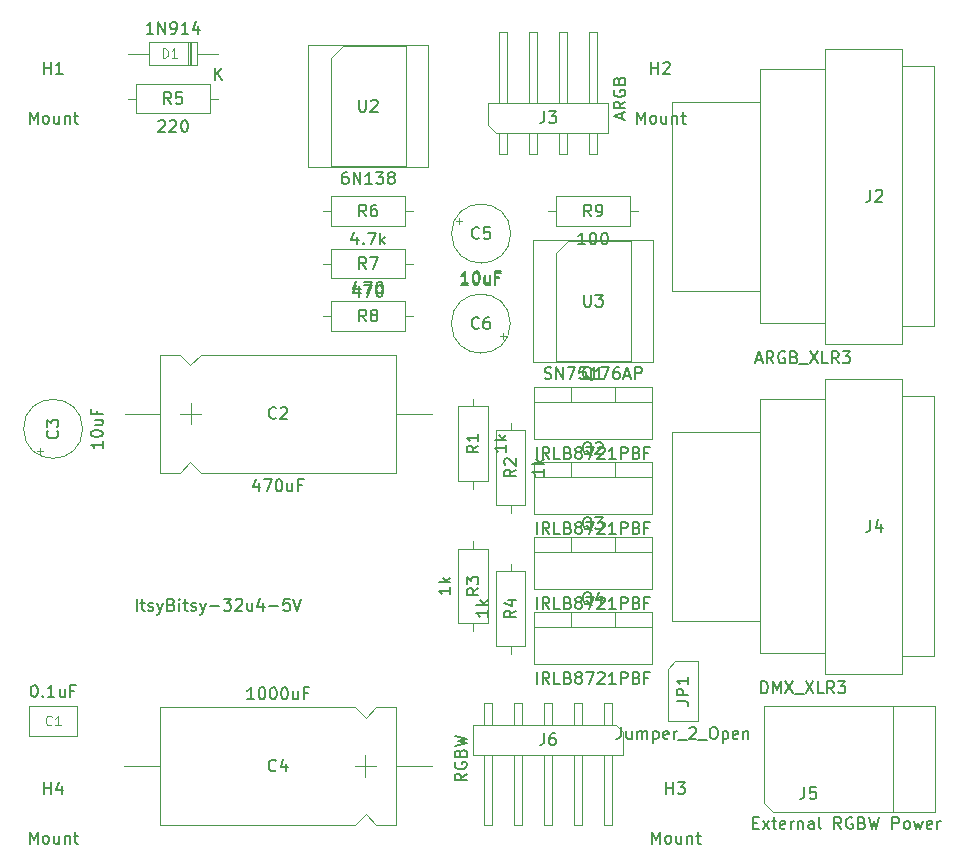
<source format=gbr>
%TF.GenerationSoftware,KiCad,Pcbnew,6.0.4+dfsg-1+b1*%
%TF.CreationDate,2022-05-07T15:52:58-05:00*%
%TF.ProjectId,arduino-midi-argb-dmx,61726475-696e-46f2-9d6d-6964692d6172,rev?*%
%TF.SameCoordinates,Original*%
%TF.FileFunction,AssemblyDrawing,Top*%
%FSLAX46Y46*%
G04 Gerber Fmt 4.6, Leading zero omitted, Abs format (unit mm)*
G04 Created by KiCad (PCBNEW 6.0.4+dfsg-1+b1) date 2022-05-07 15:52:58*
%MOMM*%
%LPD*%
G01*
G04 APERTURE LIST*
%ADD10C,0.150000*%
%ADD11C,0.120000*%
%ADD12C,0.100000*%
G04 APERTURE END LIST*
D10*
%TO.C,Q4*%
X162901904Y-116236380D02*
X162901904Y-115236380D01*
X163949523Y-116236380D02*
X163616190Y-115760190D01*
X163378095Y-116236380D02*
X163378095Y-115236380D01*
X163759047Y-115236380D01*
X163854285Y-115284000D01*
X163901904Y-115331619D01*
X163949523Y-115426857D01*
X163949523Y-115569714D01*
X163901904Y-115664952D01*
X163854285Y-115712571D01*
X163759047Y-115760190D01*
X163378095Y-115760190D01*
X164854285Y-116236380D02*
X164378095Y-116236380D01*
X164378095Y-115236380D01*
X165520952Y-115712571D02*
X165663809Y-115760190D01*
X165711428Y-115807809D01*
X165759047Y-115903047D01*
X165759047Y-116045904D01*
X165711428Y-116141142D01*
X165663809Y-116188761D01*
X165568571Y-116236380D01*
X165187619Y-116236380D01*
X165187619Y-115236380D01*
X165520952Y-115236380D01*
X165616190Y-115284000D01*
X165663809Y-115331619D01*
X165711428Y-115426857D01*
X165711428Y-115522095D01*
X165663809Y-115617333D01*
X165616190Y-115664952D01*
X165520952Y-115712571D01*
X165187619Y-115712571D01*
X166330476Y-115664952D02*
X166235238Y-115617333D01*
X166187619Y-115569714D01*
X166140000Y-115474476D01*
X166140000Y-115426857D01*
X166187619Y-115331619D01*
X166235238Y-115284000D01*
X166330476Y-115236380D01*
X166520952Y-115236380D01*
X166616190Y-115284000D01*
X166663809Y-115331619D01*
X166711428Y-115426857D01*
X166711428Y-115474476D01*
X166663809Y-115569714D01*
X166616190Y-115617333D01*
X166520952Y-115664952D01*
X166330476Y-115664952D01*
X166235238Y-115712571D01*
X166187619Y-115760190D01*
X166140000Y-115855428D01*
X166140000Y-116045904D01*
X166187619Y-116141142D01*
X166235238Y-116188761D01*
X166330476Y-116236380D01*
X166520952Y-116236380D01*
X166616190Y-116188761D01*
X166663809Y-116141142D01*
X166711428Y-116045904D01*
X166711428Y-115855428D01*
X166663809Y-115760190D01*
X166616190Y-115712571D01*
X166520952Y-115664952D01*
X167044761Y-115236380D02*
X167711428Y-115236380D01*
X167282857Y-116236380D01*
X168044761Y-115331619D02*
X168092380Y-115284000D01*
X168187619Y-115236380D01*
X168425714Y-115236380D01*
X168520952Y-115284000D01*
X168568571Y-115331619D01*
X168616190Y-115426857D01*
X168616190Y-115522095D01*
X168568571Y-115664952D01*
X167997142Y-116236380D01*
X168616190Y-116236380D01*
X169568571Y-116236380D02*
X168997142Y-116236380D01*
X169282857Y-116236380D02*
X169282857Y-115236380D01*
X169187619Y-115379238D01*
X169092380Y-115474476D01*
X168997142Y-115522095D01*
X169997142Y-116236380D02*
X169997142Y-115236380D01*
X170378095Y-115236380D01*
X170473333Y-115284000D01*
X170520952Y-115331619D01*
X170568571Y-115426857D01*
X170568571Y-115569714D01*
X170520952Y-115664952D01*
X170473333Y-115712571D01*
X170378095Y-115760190D01*
X169997142Y-115760190D01*
X171330476Y-115712571D02*
X171473333Y-115760190D01*
X171520952Y-115807809D01*
X171568571Y-115903047D01*
X171568571Y-116045904D01*
X171520952Y-116141142D01*
X171473333Y-116188761D01*
X171378095Y-116236380D01*
X170997142Y-116236380D01*
X170997142Y-115236380D01*
X171330476Y-115236380D01*
X171425714Y-115284000D01*
X171473333Y-115331619D01*
X171520952Y-115426857D01*
X171520952Y-115522095D01*
X171473333Y-115617333D01*
X171425714Y-115664952D01*
X171330476Y-115712571D01*
X170997142Y-115712571D01*
X172330476Y-115712571D02*
X171997142Y-115712571D01*
X171997142Y-116236380D02*
X171997142Y-115236380D01*
X172473333Y-115236380D01*
X167544761Y-109561619D02*
X167449523Y-109514000D01*
X167354285Y-109418761D01*
X167211428Y-109275904D01*
X167116190Y-109228285D01*
X167020952Y-109228285D01*
X167068571Y-109466380D02*
X166973333Y-109418761D01*
X166878095Y-109323523D01*
X166830476Y-109133047D01*
X166830476Y-108799714D01*
X166878095Y-108609238D01*
X166973333Y-108514000D01*
X167068571Y-108466380D01*
X167259047Y-108466380D01*
X167354285Y-108514000D01*
X167449523Y-108609238D01*
X167497142Y-108799714D01*
X167497142Y-109133047D01*
X167449523Y-109323523D01*
X167354285Y-109418761D01*
X167259047Y-109466380D01*
X167068571Y-109466380D01*
X168354285Y-108799714D02*
X168354285Y-109466380D01*
X168116190Y-108418761D02*
X167878095Y-109133047D01*
X168497142Y-109133047D01*
%TO.C,Q3*%
X162901904Y-109886380D02*
X162901904Y-108886380D01*
X163949523Y-109886380D02*
X163616190Y-109410190D01*
X163378095Y-109886380D02*
X163378095Y-108886380D01*
X163759047Y-108886380D01*
X163854285Y-108934000D01*
X163901904Y-108981619D01*
X163949523Y-109076857D01*
X163949523Y-109219714D01*
X163901904Y-109314952D01*
X163854285Y-109362571D01*
X163759047Y-109410190D01*
X163378095Y-109410190D01*
X164854285Y-109886380D02*
X164378095Y-109886380D01*
X164378095Y-108886380D01*
X165520952Y-109362571D02*
X165663809Y-109410190D01*
X165711428Y-109457809D01*
X165759047Y-109553047D01*
X165759047Y-109695904D01*
X165711428Y-109791142D01*
X165663809Y-109838761D01*
X165568571Y-109886380D01*
X165187619Y-109886380D01*
X165187619Y-108886380D01*
X165520952Y-108886380D01*
X165616190Y-108934000D01*
X165663809Y-108981619D01*
X165711428Y-109076857D01*
X165711428Y-109172095D01*
X165663809Y-109267333D01*
X165616190Y-109314952D01*
X165520952Y-109362571D01*
X165187619Y-109362571D01*
X166330476Y-109314952D02*
X166235238Y-109267333D01*
X166187619Y-109219714D01*
X166140000Y-109124476D01*
X166140000Y-109076857D01*
X166187619Y-108981619D01*
X166235238Y-108934000D01*
X166330476Y-108886380D01*
X166520952Y-108886380D01*
X166616190Y-108934000D01*
X166663809Y-108981619D01*
X166711428Y-109076857D01*
X166711428Y-109124476D01*
X166663809Y-109219714D01*
X166616190Y-109267333D01*
X166520952Y-109314952D01*
X166330476Y-109314952D01*
X166235238Y-109362571D01*
X166187619Y-109410190D01*
X166140000Y-109505428D01*
X166140000Y-109695904D01*
X166187619Y-109791142D01*
X166235238Y-109838761D01*
X166330476Y-109886380D01*
X166520952Y-109886380D01*
X166616190Y-109838761D01*
X166663809Y-109791142D01*
X166711428Y-109695904D01*
X166711428Y-109505428D01*
X166663809Y-109410190D01*
X166616190Y-109362571D01*
X166520952Y-109314952D01*
X167044761Y-108886380D02*
X167711428Y-108886380D01*
X167282857Y-109886380D01*
X168044761Y-108981619D02*
X168092380Y-108934000D01*
X168187619Y-108886380D01*
X168425714Y-108886380D01*
X168520952Y-108934000D01*
X168568571Y-108981619D01*
X168616190Y-109076857D01*
X168616190Y-109172095D01*
X168568571Y-109314952D01*
X167997142Y-109886380D01*
X168616190Y-109886380D01*
X169568571Y-109886380D02*
X168997142Y-109886380D01*
X169282857Y-109886380D02*
X169282857Y-108886380D01*
X169187619Y-109029238D01*
X169092380Y-109124476D01*
X168997142Y-109172095D01*
X169997142Y-109886380D02*
X169997142Y-108886380D01*
X170378095Y-108886380D01*
X170473333Y-108934000D01*
X170520952Y-108981619D01*
X170568571Y-109076857D01*
X170568571Y-109219714D01*
X170520952Y-109314952D01*
X170473333Y-109362571D01*
X170378095Y-109410190D01*
X169997142Y-109410190D01*
X171330476Y-109362571D02*
X171473333Y-109410190D01*
X171520952Y-109457809D01*
X171568571Y-109553047D01*
X171568571Y-109695904D01*
X171520952Y-109791142D01*
X171473333Y-109838761D01*
X171378095Y-109886380D01*
X170997142Y-109886380D01*
X170997142Y-108886380D01*
X171330476Y-108886380D01*
X171425714Y-108934000D01*
X171473333Y-108981619D01*
X171520952Y-109076857D01*
X171520952Y-109172095D01*
X171473333Y-109267333D01*
X171425714Y-109314952D01*
X171330476Y-109362571D01*
X170997142Y-109362571D01*
X172330476Y-109362571D02*
X171997142Y-109362571D01*
X171997142Y-109886380D02*
X171997142Y-108886380D01*
X172473333Y-108886380D01*
X167544761Y-103211619D02*
X167449523Y-103164000D01*
X167354285Y-103068761D01*
X167211428Y-102925904D01*
X167116190Y-102878285D01*
X167020952Y-102878285D01*
X167068571Y-103116380D02*
X166973333Y-103068761D01*
X166878095Y-102973523D01*
X166830476Y-102783047D01*
X166830476Y-102449714D01*
X166878095Y-102259238D01*
X166973333Y-102164000D01*
X167068571Y-102116380D01*
X167259047Y-102116380D01*
X167354285Y-102164000D01*
X167449523Y-102259238D01*
X167497142Y-102449714D01*
X167497142Y-102783047D01*
X167449523Y-102973523D01*
X167354285Y-103068761D01*
X167259047Y-103116380D01*
X167068571Y-103116380D01*
X167830476Y-102116380D02*
X168449523Y-102116380D01*
X168116190Y-102497333D01*
X168259047Y-102497333D01*
X168354285Y-102544952D01*
X168401904Y-102592571D01*
X168449523Y-102687809D01*
X168449523Y-102925904D01*
X168401904Y-103021142D01*
X168354285Y-103068761D01*
X168259047Y-103116380D01*
X167973333Y-103116380D01*
X167878095Y-103068761D01*
X167830476Y-103021142D01*
%TO.C,Q2*%
X162901904Y-103536380D02*
X162901904Y-102536380D01*
X163949523Y-103536380D02*
X163616190Y-103060190D01*
X163378095Y-103536380D02*
X163378095Y-102536380D01*
X163759047Y-102536380D01*
X163854285Y-102584000D01*
X163901904Y-102631619D01*
X163949523Y-102726857D01*
X163949523Y-102869714D01*
X163901904Y-102964952D01*
X163854285Y-103012571D01*
X163759047Y-103060190D01*
X163378095Y-103060190D01*
X164854285Y-103536380D02*
X164378095Y-103536380D01*
X164378095Y-102536380D01*
X165520952Y-103012571D02*
X165663809Y-103060190D01*
X165711428Y-103107809D01*
X165759047Y-103203047D01*
X165759047Y-103345904D01*
X165711428Y-103441142D01*
X165663809Y-103488761D01*
X165568571Y-103536380D01*
X165187619Y-103536380D01*
X165187619Y-102536380D01*
X165520952Y-102536380D01*
X165616190Y-102584000D01*
X165663809Y-102631619D01*
X165711428Y-102726857D01*
X165711428Y-102822095D01*
X165663809Y-102917333D01*
X165616190Y-102964952D01*
X165520952Y-103012571D01*
X165187619Y-103012571D01*
X166330476Y-102964952D02*
X166235238Y-102917333D01*
X166187619Y-102869714D01*
X166140000Y-102774476D01*
X166140000Y-102726857D01*
X166187619Y-102631619D01*
X166235238Y-102584000D01*
X166330476Y-102536380D01*
X166520952Y-102536380D01*
X166616190Y-102584000D01*
X166663809Y-102631619D01*
X166711428Y-102726857D01*
X166711428Y-102774476D01*
X166663809Y-102869714D01*
X166616190Y-102917333D01*
X166520952Y-102964952D01*
X166330476Y-102964952D01*
X166235238Y-103012571D01*
X166187619Y-103060190D01*
X166140000Y-103155428D01*
X166140000Y-103345904D01*
X166187619Y-103441142D01*
X166235238Y-103488761D01*
X166330476Y-103536380D01*
X166520952Y-103536380D01*
X166616190Y-103488761D01*
X166663809Y-103441142D01*
X166711428Y-103345904D01*
X166711428Y-103155428D01*
X166663809Y-103060190D01*
X166616190Y-103012571D01*
X166520952Y-102964952D01*
X167044761Y-102536380D02*
X167711428Y-102536380D01*
X167282857Y-103536380D01*
X168044761Y-102631619D02*
X168092380Y-102584000D01*
X168187619Y-102536380D01*
X168425714Y-102536380D01*
X168520952Y-102584000D01*
X168568571Y-102631619D01*
X168616190Y-102726857D01*
X168616190Y-102822095D01*
X168568571Y-102964952D01*
X167997142Y-103536380D01*
X168616190Y-103536380D01*
X169568571Y-103536380D02*
X168997142Y-103536380D01*
X169282857Y-103536380D02*
X169282857Y-102536380D01*
X169187619Y-102679238D01*
X169092380Y-102774476D01*
X168997142Y-102822095D01*
X169997142Y-103536380D02*
X169997142Y-102536380D01*
X170378095Y-102536380D01*
X170473333Y-102584000D01*
X170520952Y-102631619D01*
X170568571Y-102726857D01*
X170568571Y-102869714D01*
X170520952Y-102964952D01*
X170473333Y-103012571D01*
X170378095Y-103060190D01*
X169997142Y-103060190D01*
X171330476Y-103012571D02*
X171473333Y-103060190D01*
X171520952Y-103107809D01*
X171568571Y-103203047D01*
X171568571Y-103345904D01*
X171520952Y-103441142D01*
X171473333Y-103488761D01*
X171378095Y-103536380D01*
X170997142Y-103536380D01*
X170997142Y-102536380D01*
X171330476Y-102536380D01*
X171425714Y-102584000D01*
X171473333Y-102631619D01*
X171520952Y-102726857D01*
X171520952Y-102822095D01*
X171473333Y-102917333D01*
X171425714Y-102964952D01*
X171330476Y-103012571D01*
X170997142Y-103012571D01*
X172330476Y-103012571D02*
X171997142Y-103012571D01*
X171997142Y-103536380D02*
X171997142Y-102536380D01*
X172473333Y-102536380D01*
X167544761Y-96861619D02*
X167449523Y-96814000D01*
X167354285Y-96718761D01*
X167211428Y-96575904D01*
X167116190Y-96528285D01*
X167020952Y-96528285D01*
X167068571Y-96766380D02*
X166973333Y-96718761D01*
X166878095Y-96623523D01*
X166830476Y-96433047D01*
X166830476Y-96099714D01*
X166878095Y-95909238D01*
X166973333Y-95814000D01*
X167068571Y-95766380D01*
X167259047Y-95766380D01*
X167354285Y-95814000D01*
X167449523Y-95909238D01*
X167497142Y-96099714D01*
X167497142Y-96433047D01*
X167449523Y-96623523D01*
X167354285Y-96718761D01*
X167259047Y-96766380D01*
X167068571Y-96766380D01*
X167878095Y-95861619D02*
X167925714Y-95814000D01*
X168020952Y-95766380D01*
X168259047Y-95766380D01*
X168354285Y-95814000D01*
X168401904Y-95861619D01*
X168449523Y-95956857D01*
X168449523Y-96052095D01*
X168401904Y-96194952D01*
X167830476Y-96766380D01*
X168449523Y-96766380D01*
%TO.C,Q1*%
X162901904Y-97186380D02*
X162901904Y-96186380D01*
X163949523Y-97186380D02*
X163616190Y-96710190D01*
X163378095Y-97186380D02*
X163378095Y-96186380D01*
X163759047Y-96186380D01*
X163854285Y-96234000D01*
X163901904Y-96281619D01*
X163949523Y-96376857D01*
X163949523Y-96519714D01*
X163901904Y-96614952D01*
X163854285Y-96662571D01*
X163759047Y-96710190D01*
X163378095Y-96710190D01*
X164854285Y-97186380D02*
X164378095Y-97186380D01*
X164378095Y-96186380D01*
X165520952Y-96662571D02*
X165663809Y-96710190D01*
X165711428Y-96757809D01*
X165759047Y-96853047D01*
X165759047Y-96995904D01*
X165711428Y-97091142D01*
X165663809Y-97138761D01*
X165568571Y-97186380D01*
X165187619Y-97186380D01*
X165187619Y-96186380D01*
X165520952Y-96186380D01*
X165616190Y-96234000D01*
X165663809Y-96281619D01*
X165711428Y-96376857D01*
X165711428Y-96472095D01*
X165663809Y-96567333D01*
X165616190Y-96614952D01*
X165520952Y-96662571D01*
X165187619Y-96662571D01*
X166330476Y-96614952D02*
X166235238Y-96567333D01*
X166187619Y-96519714D01*
X166140000Y-96424476D01*
X166140000Y-96376857D01*
X166187619Y-96281619D01*
X166235238Y-96234000D01*
X166330476Y-96186380D01*
X166520952Y-96186380D01*
X166616190Y-96234000D01*
X166663809Y-96281619D01*
X166711428Y-96376857D01*
X166711428Y-96424476D01*
X166663809Y-96519714D01*
X166616190Y-96567333D01*
X166520952Y-96614952D01*
X166330476Y-96614952D01*
X166235238Y-96662571D01*
X166187619Y-96710190D01*
X166140000Y-96805428D01*
X166140000Y-96995904D01*
X166187619Y-97091142D01*
X166235238Y-97138761D01*
X166330476Y-97186380D01*
X166520952Y-97186380D01*
X166616190Y-97138761D01*
X166663809Y-97091142D01*
X166711428Y-96995904D01*
X166711428Y-96805428D01*
X166663809Y-96710190D01*
X166616190Y-96662571D01*
X166520952Y-96614952D01*
X167044761Y-96186380D02*
X167711428Y-96186380D01*
X167282857Y-97186380D01*
X168044761Y-96281619D02*
X168092380Y-96234000D01*
X168187619Y-96186380D01*
X168425714Y-96186380D01*
X168520952Y-96234000D01*
X168568571Y-96281619D01*
X168616190Y-96376857D01*
X168616190Y-96472095D01*
X168568571Y-96614952D01*
X167997142Y-97186380D01*
X168616190Y-97186380D01*
X169568571Y-97186380D02*
X168997142Y-97186380D01*
X169282857Y-97186380D02*
X169282857Y-96186380D01*
X169187619Y-96329238D01*
X169092380Y-96424476D01*
X168997142Y-96472095D01*
X169997142Y-97186380D02*
X169997142Y-96186380D01*
X170378095Y-96186380D01*
X170473333Y-96234000D01*
X170520952Y-96281619D01*
X170568571Y-96376857D01*
X170568571Y-96519714D01*
X170520952Y-96614952D01*
X170473333Y-96662571D01*
X170378095Y-96710190D01*
X169997142Y-96710190D01*
X171330476Y-96662571D02*
X171473333Y-96710190D01*
X171520952Y-96757809D01*
X171568571Y-96853047D01*
X171568571Y-96995904D01*
X171520952Y-97091142D01*
X171473333Y-97138761D01*
X171378095Y-97186380D01*
X170997142Y-97186380D01*
X170997142Y-96186380D01*
X171330476Y-96186380D01*
X171425714Y-96234000D01*
X171473333Y-96281619D01*
X171520952Y-96376857D01*
X171520952Y-96472095D01*
X171473333Y-96567333D01*
X171425714Y-96614952D01*
X171330476Y-96662571D01*
X170997142Y-96662571D01*
X172330476Y-96662571D02*
X171997142Y-96662571D01*
X171997142Y-97186380D02*
X171997142Y-96186380D01*
X172473333Y-96186380D01*
X167544761Y-90511619D02*
X167449523Y-90464000D01*
X167354285Y-90368761D01*
X167211428Y-90225904D01*
X167116190Y-90178285D01*
X167020952Y-90178285D01*
X167068571Y-90416380D02*
X166973333Y-90368761D01*
X166878095Y-90273523D01*
X166830476Y-90083047D01*
X166830476Y-89749714D01*
X166878095Y-89559238D01*
X166973333Y-89464000D01*
X167068571Y-89416380D01*
X167259047Y-89416380D01*
X167354285Y-89464000D01*
X167449523Y-89559238D01*
X167497142Y-89749714D01*
X167497142Y-90083047D01*
X167449523Y-90273523D01*
X167354285Y-90368761D01*
X167259047Y-90416380D01*
X167068571Y-90416380D01*
X168449523Y-90416380D02*
X167878095Y-90416380D01*
X168163809Y-90416380D02*
X168163809Y-89416380D01*
X168068571Y-89559238D01*
X167973333Y-89654476D01*
X167878095Y-89702095D01*
%TO.C,JP1*%
X169998095Y-119892380D02*
X169998095Y-120606666D01*
X169950476Y-120749523D01*
X169855238Y-120844761D01*
X169712380Y-120892380D01*
X169617142Y-120892380D01*
X170902857Y-120225714D02*
X170902857Y-120892380D01*
X170474285Y-120225714D02*
X170474285Y-120749523D01*
X170521904Y-120844761D01*
X170617142Y-120892380D01*
X170760000Y-120892380D01*
X170855238Y-120844761D01*
X170902857Y-120797142D01*
X171379047Y-120892380D02*
X171379047Y-120225714D01*
X171379047Y-120320952D02*
X171426666Y-120273333D01*
X171521904Y-120225714D01*
X171664761Y-120225714D01*
X171760000Y-120273333D01*
X171807619Y-120368571D01*
X171807619Y-120892380D01*
X171807619Y-120368571D02*
X171855238Y-120273333D01*
X171950476Y-120225714D01*
X172093333Y-120225714D01*
X172188571Y-120273333D01*
X172236190Y-120368571D01*
X172236190Y-120892380D01*
X172712380Y-120225714D02*
X172712380Y-121225714D01*
X172712380Y-120273333D02*
X172807619Y-120225714D01*
X172998095Y-120225714D01*
X173093333Y-120273333D01*
X173140952Y-120320952D01*
X173188571Y-120416190D01*
X173188571Y-120701904D01*
X173140952Y-120797142D01*
X173093333Y-120844761D01*
X172998095Y-120892380D01*
X172807619Y-120892380D01*
X172712380Y-120844761D01*
X173998095Y-120844761D02*
X173902857Y-120892380D01*
X173712380Y-120892380D01*
X173617142Y-120844761D01*
X173569523Y-120749523D01*
X173569523Y-120368571D01*
X173617142Y-120273333D01*
X173712380Y-120225714D01*
X173902857Y-120225714D01*
X173998095Y-120273333D01*
X174045714Y-120368571D01*
X174045714Y-120463809D01*
X173569523Y-120559047D01*
X174474285Y-120892380D02*
X174474285Y-120225714D01*
X174474285Y-120416190D02*
X174521904Y-120320952D01*
X174569523Y-120273333D01*
X174664761Y-120225714D01*
X174760000Y-120225714D01*
X174855238Y-120987619D02*
X175617142Y-120987619D01*
X175807619Y-119987619D02*
X175855238Y-119940000D01*
X175950476Y-119892380D01*
X176188571Y-119892380D01*
X176283809Y-119940000D01*
X176331428Y-119987619D01*
X176379047Y-120082857D01*
X176379047Y-120178095D01*
X176331428Y-120320952D01*
X175760000Y-120892380D01*
X176379047Y-120892380D01*
X176569523Y-120987619D02*
X177331428Y-120987619D01*
X177760000Y-119892380D02*
X177950476Y-119892380D01*
X178045714Y-119940000D01*
X178140952Y-120035238D01*
X178188571Y-120225714D01*
X178188571Y-120559047D01*
X178140952Y-120749523D01*
X178045714Y-120844761D01*
X177950476Y-120892380D01*
X177760000Y-120892380D01*
X177664761Y-120844761D01*
X177569523Y-120749523D01*
X177521904Y-120559047D01*
X177521904Y-120225714D01*
X177569523Y-120035238D01*
X177664761Y-119940000D01*
X177760000Y-119892380D01*
X178617142Y-120225714D02*
X178617142Y-121225714D01*
X178617142Y-120273333D02*
X178712380Y-120225714D01*
X178902857Y-120225714D01*
X178998095Y-120273333D01*
X179045714Y-120320952D01*
X179093333Y-120416190D01*
X179093333Y-120701904D01*
X179045714Y-120797142D01*
X178998095Y-120844761D01*
X178902857Y-120892380D01*
X178712380Y-120892380D01*
X178617142Y-120844761D01*
X179902857Y-120844761D02*
X179807619Y-120892380D01*
X179617142Y-120892380D01*
X179521904Y-120844761D01*
X179474285Y-120749523D01*
X179474285Y-120368571D01*
X179521904Y-120273333D01*
X179617142Y-120225714D01*
X179807619Y-120225714D01*
X179902857Y-120273333D01*
X179950476Y-120368571D01*
X179950476Y-120463809D01*
X179474285Y-120559047D01*
X180379047Y-120225714D02*
X180379047Y-120892380D01*
X180379047Y-120320952D02*
X180426666Y-120273333D01*
X180521904Y-120225714D01*
X180664761Y-120225714D01*
X180760000Y-120273333D01*
X180807619Y-120368571D01*
X180807619Y-120892380D01*
X174712380Y-117673333D02*
X175426666Y-117673333D01*
X175569523Y-117720952D01*
X175664761Y-117816190D01*
X175712380Y-117959047D01*
X175712380Y-118054285D01*
X175712380Y-117197142D02*
X174712380Y-117197142D01*
X174712380Y-116816190D01*
X174760000Y-116720952D01*
X174807619Y-116673333D01*
X174902857Y-116625714D01*
X175045714Y-116625714D01*
X175140952Y-116673333D01*
X175188571Y-116720952D01*
X175236190Y-116816190D01*
X175236190Y-117197142D01*
X175712380Y-115673333D02*
X175712380Y-116244761D01*
X175712380Y-115959047D02*
X174712380Y-115959047D01*
X174855238Y-116054285D01*
X174950476Y-116149523D01*
X174998095Y-116244761D01*
%TO.C,J5*%
X181222857Y-127983571D02*
X181556190Y-127983571D01*
X181699047Y-128507380D02*
X181222857Y-128507380D01*
X181222857Y-127507380D01*
X181699047Y-127507380D01*
X182032380Y-128507380D02*
X182556190Y-127840714D01*
X182032380Y-127840714D02*
X182556190Y-128507380D01*
X182794285Y-127840714D02*
X183175238Y-127840714D01*
X182937142Y-127507380D02*
X182937142Y-128364523D01*
X182984761Y-128459761D01*
X183080000Y-128507380D01*
X183175238Y-128507380D01*
X183889523Y-128459761D02*
X183794285Y-128507380D01*
X183603809Y-128507380D01*
X183508571Y-128459761D01*
X183460952Y-128364523D01*
X183460952Y-127983571D01*
X183508571Y-127888333D01*
X183603809Y-127840714D01*
X183794285Y-127840714D01*
X183889523Y-127888333D01*
X183937142Y-127983571D01*
X183937142Y-128078809D01*
X183460952Y-128174047D01*
X184365714Y-128507380D02*
X184365714Y-127840714D01*
X184365714Y-128031190D02*
X184413333Y-127935952D01*
X184460952Y-127888333D01*
X184556190Y-127840714D01*
X184651428Y-127840714D01*
X184984761Y-127840714D02*
X184984761Y-128507380D01*
X184984761Y-127935952D02*
X185032380Y-127888333D01*
X185127619Y-127840714D01*
X185270476Y-127840714D01*
X185365714Y-127888333D01*
X185413333Y-127983571D01*
X185413333Y-128507380D01*
X186318095Y-128507380D02*
X186318095Y-127983571D01*
X186270476Y-127888333D01*
X186175238Y-127840714D01*
X185984761Y-127840714D01*
X185889523Y-127888333D01*
X186318095Y-128459761D02*
X186222857Y-128507380D01*
X185984761Y-128507380D01*
X185889523Y-128459761D01*
X185841904Y-128364523D01*
X185841904Y-128269285D01*
X185889523Y-128174047D01*
X185984761Y-128126428D01*
X186222857Y-128126428D01*
X186318095Y-128078809D01*
X186937142Y-128507380D02*
X186841904Y-128459761D01*
X186794285Y-128364523D01*
X186794285Y-127507380D01*
X188651428Y-128507380D02*
X188318095Y-128031190D01*
X188080000Y-128507380D02*
X188080000Y-127507380D01*
X188460952Y-127507380D01*
X188556190Y-127555000D01*
X188603809Y-127602619D01*
X188651428Y-127697857D01*
X188651428Y-127840714D01*
X188603809Y-127935952D01*
X188556190Y-127983571D01*
X188460952Y-128031190D01*
X188080000Y-128031190D01*
X189603809Y-127555000D02*
X189508571Y-127507380D01*
X189365714Y-127507380D01*
X189222857Y-127555000D01*
X189127619Y-127650238D01*
X189080000Y-127745476D01*
X189032380Y-127935952D01*
X189032380Y-128078809D01*
X189080000Y-128269285D01*
X189127619Y-128364523D01*
X189222857Y-128459761D01*
X189365714Y-128507380D01*
X189460952Y-128507380D01*
X189603809Y-128459761D01*
X189651428Y-128412142D01*
X189651428Y-128078809D01*
X189460952Y-128078809D01*
X190413333Y-127983571D02*
X190556190Y-128031190D01*
X190603809Y-128078809D01*
X190651428Y-128174047D01*
X190651428Y-128316904D01*
X190603809Y-128412142D01*
X190556190Y-128459761D01*
X190460952Y-128507380D01*
X190080000Y-128507380D01*
X190080000Y-127507380D01*
X190413333Y-127507380D01*
X190508571Y-127555000D01*
X190556190Y-127602619D01*
X190603809Y-127697857D01*
X190603809Y-127793095D01*
X190556190Y-127888333D01*
X190508571Y-127935952D01*
X190413333Y-127983571D01*
X190080000Y-127983571D01*
X190984761Y-127507380D02*
X191222857Y-128507380D01*
X191413333Y-127793095D01*
X191603809Y-128507380D01*
X191841904Y-127507380D01*
X192984761Y-128507380D02*
X192984761Y-127507380D01*
X193365714Y-127507380D01*
X193460952Y-127555000D01*
X193508571Y-127602619D01*
X193556190Y-127697857D01*
X193556190Y-127840714D01*
X193508571Y-127935952D01*
X193460952Y-127983571D01*
X193365714Y-128031190D01*
X192984761Y-128031190D01*
X194127619Y-128507380D02*
X194032380Y-128459761D01*
X193984761Y-128412142D01*
X193937142Y-128316904D01*
X193937142Y-128031190D01*
X193984761Y-127935952D01*
X194032380Y-127888333D01*
X194127619Y-127840714D01*
X194270476Y-127840714D01*
X194365714Y-127888333D01*
X194413333Y-127935952D01*
X194460952Y-128031190D01*
X194460952Y-128316904D01*
X194413333Y-128412142D01*
X194365714Y-128459761D01*
X194270476Y-128507380D01*
X194127619Y-128507380D01*
X194794285Y-127840714D02*
X194984761Y-128507380D01*
X195175238Y-128031190D01*
X195365714Y-128507380D01*
X195556190Y-127840714D01*
X196318095Y-128459761D02*
X196222857Y-128507380D01*
X196032380Y-128507380D01*
X195937142Y-128459761D01*
X195889523Y-128364523D01*
X195889523Y-127983571D01*
X195937142Y-127888333D01*
X196032380Y-127840714D01*
X196222857Y-127840714D01*
X196318095Y-127888333D01*
X196365714Y-127983571D01*
X196365714Y-128078809D01*
X195889523Y-128174047D01*
X196794285Y-128507380D02*
X196794285Y-127840714D01*
X196794285Y-128031190D02*
X196841904Y-127935952D01*
X196889523Y-127888333D01*
X196984761Y-127840714D01*
X197080000Y-127840714D01*
X185546666Y-124957380D02*
X185546666Y-125671666D01*
X185499047Y-125814523D01*
X185403809Y-125909761D01*
X185260952Y-125957380D01*
X185165714Y-125957380D01*
X186499047Y-124957380D02*
X186022857Y-124957380D01*
X185975238Y-125433571D01*
X186022857Y-125385952D01*
X186118095Y-125338333D01*
X186356190Y-125338333D01*
X186451428Y-125385952D01*
X186499047Y-125433571D01*
X186546666Y-125528809D01*
X186546666Y-125766904D01*
X186499047Y-125862142D01*
X186451428Y-125909761D01*
X186356190Y-125957380D01*
X186118095Y-125957380D01*
X186022857Y-125909761D01*
X185975238Y-125862142D01*
%TO.C,R7*%
X147838095Y-82790714D02*
X147838095Y-83457380D01*
X147600000Y-82409761D02*
X147361904Y-83124047D01*
X147980952Y-83124047D01*
X148266666Y-82457380D02*
X148933333Y-82457380D01*
X148504761Y-83457380D01*
X149504761Y-82457380D02*
X149600000Y-82457380D01*
X149695238Y-82505000D01*
X149742857Y-82552619D01*
X149790476Y-82647857D01*
X149838095Y-82838333D01*
X149838095Y-83076428D01*
X149790476Y-83266904D01*
X149742857Y-83362142D01*
X149695238Y-83409761D01*
X149600000Y-83457380D01*
X149504761Y-83457380D01*
X149409523Y-83409761D01*
X149361904Y-83362142D01*
X149314285Y-83266904D01*
X149266666Y-83076428D01*
X149266666Y-82838333D01*
X149314285Y-82647857D01*
X149361904Y-82552619D01*
X149409523Y-82505000D01*
X149504761Y-82457380D01*
X148433333Y-81087380D02*
X148100000Y-80611190D01*
X147861904Y-81087380D02*
X147861904Y-80087380D01*
X148242857Y-80087380D01*
X148338095Y-80135000D01*
X148385714Y-80182619D01*
X148433333Y-80277857D01*
X148433333Y-80420714D01*
X148385714Y-80515952D01*
X148338095Y-80563571D01*
X148242857Y-80611190D01*
X147861904Y-80611190D01*
X148766666Y-80087380D02*
X149433333Y-80087380D01*
X149004761Y-81087380D01*
%TO.C,R6*%
X147671428Y-78345714D02*
X147671428Y-79012380D01*
X147433333Y-77964761D02*
X147195238Y-78679047D01*
X147814285Y-78679047D01*
X148195238Y-78917142D02*
X148242857Y-78964761D01*
X148195238Y-79012380D01*
X148147619Y-78964761D01*
X148195238Y-78917142D01*
X148195238Y-79012380D01*
X148576190Y-78012380D02*
X149242857Y-78012380D01*
X148814285Y-79012380D01*
X149623809Y-79012380D02*
X149623809Y-78012380D01*
X149719047Y-78631428D02*
X150004761Y-79012380D01*
X150004761Y-78345714D02*
X149623809Y-78726666D01*
X148433333Y-76642380D02*
X148100000Y-76166190D01*
X147861904Y-76642380D02*
X147861904Y-75642380D01*
X148242857Y-75642380D01*
X148338095Y-75690000D01*
X148385714Y-75737619D01*
X148433333Y-75832857D01*
X148433333Y-75975714D01*
X148385714Y-76070952D01*
X148338095Y-76118571D01*
X148242857Y-76166190D01*
X147861904Y-76166190D01*
X149290476Y-75642380D02*
X149100000Y-75642380D01*
X149004761Y-75690000D01*
X148957142Y-75737619D01*
X148861904Y-75880476D01*
X148814285Y-76070952D01*
X148814285Y-76451904D01*
X148861904Y-76547142D01*
X148909523Y-76594761D01*
X149004761Y-76642380D01*
X149195238Y-76642380D01*
X149290476Y-76594761D01*
X149338095Y-76547142D01*
X149385714Y-76451904D01*
X149385714Y-76213809D01*
X149338095Y-76118571D01*
X149290476Y-76070952D01*
X149195238Y-76023333D01*
X149004761Y-76023333D01*
X148909523Y-76070952D01*
X148861904Y-76118571D01*
X148814285Y-76213809D01*
%TO.C,J2*%
X181443809Y-88786666D02*
X181920000Y-88786666D01*
X181348571Y-89072380D02*
X181681904Y-88072380D01*
X182015238Y-89072380D01*
X182920000Y-89072380D02*
X182586666Y-88596190D01*
X182348571Y-89072380D02*
X182348571Y-88072380D01*
X182729523Y-88072380D01*
X182824761Y-88120000D01*
X182872380Y-88167619D01*
X182920000Y-88262857D01*
X182920000Y-88405714D01*
X182872380Y-88500952D01*
X182824761Y-88548571D01*
X182729523Y-88596190D01*
X182348571Y-88596190D01*
X183872380Y-88120000D02*
X183777142Y-88072380D01*
X183634285Y-88072380D01*
X183491428Y-88120000D01*
X183396190Y-88215238D01*
X183348571Y-88310476D01*
X183300952Y-88500952D01*
X183300952Y-88643809D01*
X183348571Y-88834285D01*
X183396190Y-88929523D01*
X183491428Y-89024761D01*
X183634285Y-89072380D01*
X183729523Y-89072380D01*
X183872380Y-89024761D01*
X183920000Y-88977142D01*
X183920000Y-88643809D01*
X183729523Y-88643809D01*
X184681904Y-88548571D02*
X184824761Y-88596190D01*
X184872380Y-88643809D01*
X184920000Y-88739047D01*
X184920000Y-88881904D01*
X184872380Y-88977142D01*
X184824761Y-89024761D01*
X184729523Y-89072380D01*
X184348571Y-89072380D01*
X184348571Y-88072380D01*
X184681904Y-88072380D01*
X184777142Y-88120000D01*
X184824761Y-88167619D01*
X184872380Y-88262857D01*
X184872380Y-88358095D01*
X184824761Y-88453333D01*
X184777142Y-88500952D01*
X184681904Y-88548571D01*
X184348571Y-88548571D01*
X185110476Y-89167619D02*
X185872380Y-89167619D01*
X186015238Y-88072380D02*
X186681904Y-89072380D01*
X186681904Y-88072380D02*
X186015238Y-89072380D01*
X187539047Y-89072380D02*
X187062857Y-89072380D01*
X187062857Y-88072380D01*
X188443809Y-89072380D02*
X188110476Y-88596190D01*
X187872380Y-89072380D02*
X187872380Y-88072380D01*
X188253333Y-88072380D01*
X188348571Y-88120000D01*
X188396190Y-88167619D01*
X188443809Y-88262857D01*
X188443809Y-88405714D01*
X188396190Y-88500952D01*
X188348571Y-88548571D01*
X188253333Y-88596190D01*
X187872380Y-88596190D01*
X188777142Y-88072380D02*
X189396190Y-88072380D01*
X189062857Y-88453333D01*
X189205714Y-88453333D01*
X189300952Y-88500952D01*
X189348571Y-88548571D01*
X189396190Y-88643809D01*
X189396190Y-88881904D01*
X189348571Y-88977142D01*
X189300952Y-89024761D01*
X189205714Y-89072380D01*
X188920000Y-89072380D01*
X188824761Y-89024761D01*
X188777142Y-88977142D01*
X191136666Y-74382380D02*
X191136666Y-75096666D01*
X191089047Y-75239523D01*
X190993809Y-75334761D01*
X190850952Y-75382380D01*
X190755714Y-75382380D01*
X191565238Y-74477619D02*
X191612857Y-74430000D01*
X191708095Y-74382380D01*
X191946190Y-74382380D01*
X192041428Y-74430000D01*
X192089047Y-74477619D01*
X192136666Y-74572857D01*
X192136666Y-74668095D01*
X192089047Y-74810952D01*
X191517619Y-75382380D01*
X192136666Y-75382380D01*
%TO.C,R1*%
X160312380Y-95994047D02*
X160312380Y-96565476D01*
X160312380Y-96279761D02*
X159312380Y-96279761D01*
X159455238Y-96375000D01*
X159550476Y-96470238D01*
X159598095Y-96565476D01*
X160312380Y-95565476D02*
X159312380Y-95565476D01*
X159931428Y-95470238D02*
X160312380Y-95184523D01*
X159645714Y-95184523D02*
X160026666Y-95565476D01*
X157942380Y-96041666D02*
X157466190Y-96375000D01*
X157942380Y-96613095D02*
X156942380Y-96613095D01*
X156942380Y-96232142D01*
X156990000Y-96136904D01*
X157037619Y-96089285D01*
X157132857Y-96041666D01*
X157275714Y-96041666D01*
X157370952Y-96089285D01*
X157418571Y-96136904D01*
X157466190Y-96232142D01*
X157466190Y-96613095D01*
X157942380Y-95089285D02*
X157942380Y-95660714D01*
X157942380Y-95375000D02*
X156942380Y-95375000D01*
X157085238Y-95470238D01*
X157180476Y-95565476D01*
X157228095Y-95660714D01*
%TO.C,R2*%
X163487380Y-98026047D02*
X163487380Y-98597476D01*
X163487380Y-98311761D02*
X162487380Y-98311761D01*
X162630238Y-98407000D01*
X162725476Y-98502238D01*
X162773095Y-98597476D01*
X163487380Y-97597476D02*
X162487380Y-97597476D01*
X163106428Y-97502238D02*
X163487380Y-97216523D01*
X162820714Y-97216523D02*
X163201666Y-97597476D01*
X161117380Y-98073666D02*
X160641190Y-98407000D01*
X161117380Y-98645095D02*
X160117380Y-98645095D01*
X160117380Y-98264142D01*
X160165000Y-98168904D01*
X160212619Y-98121285D01*
X160307857Y-98073666D01*
X160450714Y-98073666D01*
X160545952Y-98121285D01*
X160593571Y-98168904D01*
X160641190Y-98264142D01*
X160641190Y-98645095D01*
X160212619Y-97692714D02*
X160165000Y-97645095D01*
X160117380Y-97549857D01*
X160117380Y-97311761D01*
X160165000Y-97216523D01*
X160212619Y-97168904D01*
X160307857Y-97121285D01*
X160403095Y-97121285D01*
X160545952Y-97168904D01*
X161117380Y-97740333D01*
X161117380Y-97121285D01*
%TO.C,C1*%
X120287142Y-116322380D02*
X120382380Y-116322380D01*
X120477619Y-116370000D01*
X120525238Y-116417619D01*
X120572857Y-116512857D01*
X120620476Y-116703333D01*
X120620476Y-116941428D01*
X120572857Y-117131904D01*
X120525238Y-117227142D01*
X120477619Y-117274761D01*
X120382380Y-117322380D01*
X120287142Y-117322380D01*
X120191904Y-117274761D01*
X120144285Y-117227142D01*
X120096666Y-117131904D01*
X120049047Y-116941428D01*
X120049047Y-116703333D01*
X120096666Y-116512857D01*
X120144285Y-116417619D01*
X120191904Y-116370000D01*
X120287142Y-116322380D01*
X121049047Y-117227142D02*
X121096666Y-117274761D01*
X121049047Y-117322380D01*
X121001428Y-117274761D01*
X121049047Y-117227142D01*
X121049047Y-117322380D01*
X122049047Y-117322380D02*
X121477619Y-117322380D01*
X121763333Y-117322380D02*
X121763333Y-116322380D01*
X121668095Y-116465238D01*
X121572857Y-116560476D01*
X121477619Y-116608095D01*
X122906190Y-116655714D02*
X122906190Y-117322380D01*
X122477619Y-116655714D02*
X122477619Y-117179523D01*
X122525238Y-117274761D01*
X122620476Y-117322380D01*
X122763333Y-117322380D01*
X122858571Y-117274761D01*
X122906190Y-117227142D01*
X123715714Y-116798571D02*
X123382380Y-116798571D01*
X123382380Y-117322380D02*
X123382380Y-116322380D01*
X123858571Y-116322380D01*
D11*
X121796666Y-119655714D02*
X121758571Y-119693809D01*
X121644285Y-119731904D01*
X121568095Y-119731904D01*
X121453809Y-119693809D01*
X121377619Y-119617619D01*
X121339523Y-119541428D01*
X121301428Y-119389047D01*
X121301428Y-119274761D01*
X121339523Y-119122380D01*
X121377619Y-119046190D01*
X121453809Y-118970000D01*
X121568095Y-118931904D01*
X121644285Y-118931904D01*
X121758571Y-118970000D01*
X121796666Y-119008095D01*
X122558571Y-119731904D02*
X122101428Y-119731904D01*
X122330000Y-119731904D02*
X122330000Y-118931904D01*
X122253809Y-119046190D01*
X122177619Y-119122380D01*
X122101428Y-119160476D01*
D10*
%TO.C,H3*%
X172648809Y-129737380D02*
X172648809Y-128737380D01*
X172982142Y-129451666D01*
X173315476Y-128737380D01*
X173315476Y-129737380D01*
X173934523Y-129737380D02*
X173839285Y-129689761D01*
X173791666Y-129642142D01*
X173744047Y-129546904D01*
X173744047Y-129261190D01*
X173791666Y-129165952D01*
X173839285Y-129118333D01*
X173934523Y-129070714D01*
X174077380Y-129070714D01*
X174172619Y-129118333D01*
X174220238Y-129165952D01*
X174267857Y-129261190D01*
X174267857Y-129546904D01*
X174220238Y-129642142D01*
X174172619Y-129689761D01*
X174077380Y-129737380D01*
X173934523Y-129737380D01*
X175125000Y-129070714D02*
X175125000Y-129737380D01*
X174696428Y-129070714D02*
X174696428Y-129594523D01*
X174744047Y-129689761D01*
X174839285Y-129737380D01*
X174982142Y-129737380D01*
X175077380Y-129689761D01*
X175125000Y-129642142D01*
X175601190Y-129070714D02*
X175601190Y-129737380D01*
X175601190Y-129165952D02*
X175648809Y-129118333D01*
X175744047Y-129070714D01*
X175886904Y-129070714D01*
X175982142Y-129118333D01*
X176029761Y-129213571D01*
X176029761Y-129737380D01*
X176363095Y-129070714D02*
X176744047Y-129070714D01*
X176505952Y-128737380D02*
X176505952Y-129594523D01*
X176553571Y-129689761D01*
X176648809Y-129737380D01*
X176744047Y-129737380D01*
X173863095Y-125537380D02*
X173863095Y-124537380D01*
X173863095Y-125013571D02*
X174434523Y-125013571D01*
X174434523Y-125537380D02*
X174434523Y-124537380D01*
X174815476Y-124537380D02*
X175434523Y-124537380D01*
X175101190Y-124918333D01*
X175244047Y-124918333D01*
X175339285Y-124965952D01*
X175386904Y-125013571D01*
X175434523Y-125108809D01*
X175434523Y-125346904D01*
X175386904Y-125442142D01*
X175339285Y-125489761D01*
X175244047Y-125537380D01*
X174958333Y-125537380D01*
X174863095Y-125489761D01*
X174815476Y-125442142D01*
%TO.C,H1*%
X119953809Y-68777380D02*
X119953809Y-67777380D01*
X120287142Y-68491666D01*
X120620476Y-67777380D01*
X120620476Y-68777380D01*
X121239523Y-68777380D02*
X121144285Y-68729761D01*
X121096666Y-68682142D01*
X121049047Y-68586904D01*
X121049047Y-68301190D01*
X121096666Y-68205952D01*
X121144285Y-68158333D01*
X121239523Y-68110714D01*
X121382380Y-68110714D01*
X121477619Y-68158333D01*
X121525238Y-68205952D01*
X121572857Y-68301190D01*
X121572857Y-68586904D01*
X121525238Y-68682142D01*
X121477619Y-68729761D01*
X121382380Y-68777380D01*
X121239523Y-68777380D01*
X122430000Y-68110714D02*
X122430000Y-68777380D01*
X122001428Y-68110714D02*
X122001428Y-68634523D01*
X122049047Y-68729761D01*
X122144285Y-68777380D01*
X122287142Y-68777380D01*
X122382380Y-68729761D01*
X122430000Y-68682142D01*
X122906190Y-68110714D02*
X122906190Y-68777380D01*
X122906190Y-68205952D02*
X122953809Y-68158333D01*
X123049047Y-68110714D01*
X123191904Y-68110714D01*
X123287142Y-68158333D01*
X123334761Y-68253571D01*
X123334761Y-68777380D01*
X123668095Y-68110714D02*
X124049047Y-68110714D01*
X123810952Y-67777380D02*
X123810952Y-68634523D01*
X123858571Y-68729761D01*
X123953809Y-68777380D01*
X124049047Y-68777380D01*
X121168095Y-64577380D02*
X121168095Y-63577380D01*
X121168095Y-64053571D02*
X121739523Y-64053571D01*
X121739523Y-64577380D02*
X121739523Y-63577380D01*
X122739523Y-64577380D02*
X122168095Y-64577380D01*
X122453809Y-64577380D02*
X122453809Y-63577380D01*
X122358571Y-63720238D01*
X122263333Y-63815476D01*
X122168095Y-63863095D01*
%TO.C,U3*%
X163540952Y-90364761D02*
X163683809Y-90412380D01*
X163921904Y-90412380D01*
X164017142Y-90364761D01*
X164064761Y-90317142D01*
X164112380Y-90221904D01*
X164112380Y-90126666D01*
X164064761Y-90031428D01*
X164017142Y-89983809D01*
X163921904Y-89936190D01*
X163731428Y-89888571D01*
X163636190Y-89840952D01*
X163588571Y-89793333D01*
X163540952Y-89698095D01*
X163540952Y-89602857D01*
X163588571Y-89507619D01*
X163636190Y-89460000D01*
X163731428Y-89412380D01*
X163969523Y-89412380D01*
X164112380Y-89460000D01*
X164540952Y-90412380D02*
X164540952Y-89412380D01*
X165112380Y-90412380D01*
X165112380Y-89412380D01*
X165493333Y-89412380D02*
X166160000Y-89412380D01*
X165731428Y-90412380D01*
X167017142Y-89412380D02*
X166540952Y-89412380D01*
X166493333Y-89888571D01*
X166540952Y-89840952D01*
X166636190Y-89793333D01*
X166874285Y-89793333D01*
X166969523Y-89840952D01*
X167017142Y-89888571D01*
X167064761Y-89983809D01*
X167064761Y-90221904D01*
X167017142Y-90317142D01*
X166969523Y-90364761D01*
X166874285Y-90412380D01*
X166636190Y-90412380D01*
X166540952Y-90364761D01*
X166493333Y-90317142D01*
X168017142Y-90412380D02*
X167445714Y-90412380D01*
X167731428Y-90412380D02*
X167731428Y-89412380D01*
X167636190Y-89555238D01*
X167540952Y-89650476D01*
X167445714Y-89698095D01*
X168350476Y-89412380D02*
X169017142Y-89412380D01*
X168588571Y-90412380D01*
X169826666Y-89412380D02*
X169636190Y-89412380D01*
X169540952Y-89460000D01*
X169493333Y-89507619D01*
X169398095Y-89650476D01*
X169350476Y-89840952D01*
X169350476Y-90221904D01*
X169398095Y-90317142D01*
X169445714Y-90364761D01*
X169540952Y-90412380D01*
X169731428Y-90412380D01*
X169826666Y-90364761D01*
X169874285Y-90317142D01*
X169921904Y-90221904D01*
X169921904Y-89983809D01*
X169874285Y-89888571D01*
X169826666Y-89840952D01*
X169731428Y-89793333D01*
X169540952Y-89793333D01*
X169445714Y-89840952D01*
X169398095Y-89888571D01*
X169350476Y-89983809D01*
X170302857Y-90126666D02*
X170779047Y-90126666D01*
X170207619Y-90412380D02*
X170540952Y-89412380D01*
X170874285Y-90412380D01*
X171207619Y-90412380D02*
X171207619Y-89412380D01*
X171588571Y-89412380D01*
X171683809Y-89460000D01*
X171731428Y-89507619D01*
X171779047Y-89602857D01*
X171779047Y-89745714D01*
X171731428Y-89840952D01*
X171683809Y-89888571D01*
X171588571Y-89936190D01*
X171207619Y-89936190D01*
X166898095Y-83272380D02*
X166898095Y-84081904D01*
X166945714Y-84177142D01*
X166993333Y-84224761D01*
X167088571Y-84272380D01*
X167279047Y-84272380D01*
X167374285Y-84224761D01*
X167421904Y-84177142D01*
X167469523Y-84081904D01*
X167469523Y-83272380D01*
X167850476Y-83272380D02*
X168469523Y-83272380D01*
X168136190Y-83653333D01*
X168279047Y-83653333D01*
X168374285Y-83700952D01*
X168421904Y-83748571D01*
X168469523Y-83843809D01*
X168469523Y-84081904D01*
X168421904Y-84177142D01*
X168374285Y-84224761D01*
X168279047Y-84272380D01*
X167993333Y-84272380D01*
X167898095Y-84224761D01*
X167850476Y-84177142D01*
%TO.C,R8*%
X147838095Y-82495714D02*
X147838095Y-83162380D01*
X147600000Y-82114761D02*
X147361904Y-82829047D01*
X147980952Y-82829047D01*
X148266666Y-82162380D02*
X148933333Y-82162380D01*
X148504761Y-83162380D01*
X149504761Y-82162380D02*
X149600000Y-82162380D01*
X149695238Y-82210000D01*
X149742857Y-82257619D01*
X149790476Y-82352857D01*
X149838095Y-82543333D01*
X149838095Y-82781428D01*
X149790476Y-82971904D01*
X149742857Y-83067142D01*
X149695238Y-83114761D01*
X149600000Y-83162380D01*
X149504761Y-83162380D01*
X149409523Y-83114761D01*
X149361904Y-83067142D01*
X149314285Y-82971904D01*
X149266666Y-82781428D01*
X149266666Y-82543333D01*
X149314285Y-82352857D01*
X149361904Y-82257619D01*
X149409523Y-82210000D01*
X149504761Y-82162380D01*
X148433333Y-85532380D02*
X148100000Y-85056190D01*
X147861904Y-85532380D02*
X147861904Y-84532380D01*
X148242857Y-84532380D01*
X148338095Y-84580000D01*
X148385714Y-84627619D01*
X148433333Y-84722857D01*
X148433333Y-84865714D01*
X148385714Y-84960952D01*
X148338095Y-85008571D01*
X148242857Y-85056190D01*
X147861904Y-85056190D01*
X149004761Y-84960952D02*
X148909523Y-84913333D01*
X148861904Y-84865714D01*
X148814285Y-84770476D01*
X148814285Y-84722857D01*
X148861904Y-84627619D01*
X148909523Y-84580000D01*
X149004761Y-84532380D01*
X149195238Y-84532380D01*
X149290476Y-84580000D01*
X149338095Y-84627619D01*
X149385714Y-84722857D01*
X149385714Y-84770476D01*
X149338095Y-84865714D01*
X149290476Y-84913333D01*
X149195238Y-84960952D01*
X149004761Y-84960952D01*
X148909523Y-85008571D01*
X148861904Y-85056190D01*
X148814285Y-85151428D01*
X148814285Y-85341904D01*
X148861904Y-85437142D01*
X148909523Y-85484761D01*
X149004761Y-85532380D01*
X149195238Y-85532380D01*
X149290476Y-85484761D01*
X149338095Y-85437142D01*
X149385714Y-85341904D01*
X149385714Y-85151428D01*
X149338095Y-85056190D01*
X149290476Y-85008571D01*
X149195238Y-84960952D01*
%TO.C,H2*%
X171378809Y-68777380D02*
X171378809Y-67777380D01*
X171712142Y-68491666D01*
X172045476Y-67777380D01*
X172045476Y-68777380D01*
X172664523Y-68777380D02*
X172569285Y-68729761D01*
X172521666Y-68682142D01*
X172474047Y-68586904D01*
X172474047Y-68301190D01*
X172521666Y-68205952D01*
X172569285Y-68158333D01*
X172664523Y-68110714D01*
X172807380Y-68110714D01*
X172902619Y-68158333D01*
X172950238Y-68205952D01*
X172997857Y-68301190D01*
X172997857Y-68586904D01*
X172950238Y-68682142D01*
X172902619Y-68729761D01*
X172807380Y-68777380D01*
X172664523Y-68777380D01*
X173855000Y-68110714D02*
X173855000Y-68777380D01*
X173426428Y-68110714D02*
X173426428Y-68634523D01*
X173474047Y-68729761D01*
X173569285Y-68777380D01*
X173712142Y-68777380D01*
X173807380Y-68729761D01*
X173855000Y-68682142D01*
X174331190Y-68110714D02*
X174331190Y-68777380D01*
X174331190Y-68205952D02*
X174378809Y-68158333D01*
X174474047Y-68110714D01*
X174616904Y-68110714D01*
X174712142Y-68158333D01*
X174759761Y-68253571D01*
X174759761Y-68777380D01*
X175093095Y-68110714D02*
X175474047Y-68110714D01*
X175235952Y-67777380D02*
X175235952Y-68634523D01*
X175283571Y-68729761D01*
X175378809Y-68777380D01*
X175474047Y-68777380D01*
X172593095Y-64577380D02*
X172593095Y-63577380D01*
X172593095Y-64053571D02*
X173164523Y-64053571D01*
X173164523Y-64577380D02*
X173164523Y-63577380D01*
X173593095Y-63672619D02*
X173640714Y-63625000D01*
X173735952Y-63577380D01*
X173974047Y-63577380D01*
X174069285Y-63625000D01*
X174116904Y-63672619D01*
X174164523Y-63767857D01*
X174164523Y-63863095D01*
X174116904Y-64005952D01*
X173545476Y-64577380D01*
X174164523Y-64577380D01*
%TO.C,J3*%
X170096666Y-68393095D02*
X170096666Y-67916904D01*
X170382380Y-68488333D02*
X169382380Y-68155000D01*
X170382380Y-67821666D01*
X170382380Y-66916904D02*
X169906190Y-67250238D01*
X170382380Y-67488333D02*
X169382380Y-67488333D01*
X169382380Y-67107380D01*
X169430000Y-67012142D01*
X169477619Y-66964523D01*
X169572857Y-66916904D01*
X169715714Y-66916904D01*
X169810952Y-66964523D01*
X169858571Y-67012142D01*
X169906190Y-67107380D01*
X169906190Y-67488333D01*
X169430000Y-65964523D02*
X169382380Y-66059761D01*
X169382380Y-66202619D01*
X169430000Y-66345476D01*
X169525238Y-66440714D01*
X169620476Y-66488333D01*
X169810952Y-66535952D01*
X169953809Y-66535952D01*
X170144285Y-66488333D01*
X170239523Y-66440714D01*
X170334761Y-66345476D01*
X170382380Y-66202619D01*
X170382380Y-66107380D01*
X170334761Y-65964523D01*
X170287142Y-65916904D01*
X169953809Y-65916904D01*
X169953809Y-66107380D01*
X169858571Y-65155000D02*
X169906190Y-65012142D01*
X169953809Y-64964523D01*
X170049047Y-64916904D01*
X170191904Y-64916904D01*
X170287142Y-64964523D01*
X170334761Y-65012142D01*
X170382380Y-65107380D01*
X170382380Y-65488333D01*
X169382380Y-65488333D01*
X169382380Y-65155000D01*
X169430000Y-65059761D01*
X169477619Y-65012142D01*
X169572857Y-64964523D01*
X169668095Y-64964523D01*
X169763333Y-65012142D01*
X169810952Y-65059761D01*
X169858571Y-65155000D01*
X169858571Y-65488333D01*
X163516666Y-67722380D02*
X163516666Y-68436666D01*
X163469047Y-68579523D01*
X163373809Y-68674761D01*
X163230952Y-68722380D01*
X163135714Y-68722380D01*
X163897619Y-67722380D02*
X164516666Y-67722380D01*
X164183333Y-68103333D01*
X164326190Y-68103333D01*
X164421428Y-68150952D01*
X164469047Y-68198571D01*
X164516666Y-68293809D01*
X164516666Y-68531904D01*
X164469047Y-68627142D01*
X164421428Y-68674761D01*
X164326190Y-68722380D01*
X164040476Y-68722380D01*
X163945238Y-68674761D01*
X163897619Y-68627142D01*
%TO.C,U2*%
X146848095Y-72902380D02*
X146657619Y-72902380D01*
X146562380Y-72950000D01*
X146514761Y-72997619D01*
X146419523Y-73140476D01*
X146371904Y-73330952D01*
X146371904Y-73711904D01*
X146419523Y-73807142D01*
X146467142Y-73854761D01*
X146562380Y-73902380D01*
X146752857Y-73902380D01*
X146848095Y-73854761D01*
X146895714Y-73807142D01*
X146943333Y-73711904D01*
X146943333Y-73473809D01*
X146895714Y-73378571D01*
X146848095Y-73330952D01*
X146752857Y-73283333D01*
X146562380Y-73283333D01*
X146467142Y-73330952D01*
X146419523Y-73378571D01*
X146371904Y-73473809D01*
X147371904Y-73902380D02*
X147371904Y-72902380D01*
X147943333Y-73902380D01*
X147943333Y-72902380D01*
X148943333Y-73902380D02*
X148371904Y-73902380D01*
X148657619Y-73902380D02*
X148657619Y-72902380D01*
X148562380Y-73045238D01*
X148467142Y-73140476D01*
X148371904Y-73188095D01*
X149276666Y-72902380D02*
X149895714Y-72902380D01*
X149562380Y-73283333D01*
X149705238Y-73283333D01*
X149800476Y-73330952D01*
X149848095Y-73378571D01*
X149895714Y-73473809D01*
X149895714Y-73711904D01*
X149848095Y-73807142D01*
X149800476Y-73854761D01*
X149705238Y-73902380D01*
X149419523Y-73902380D01*
X149324285Y-73854761D01*
X149276666Y-73807142D01*
X150467142Y-73330952D02*
X150371904Y-73283333D01*
X150324285Y-73235714D01*
X150276666Y-73140476D01*
X150276666Y-73092857D01*
X150324285Y-72997619D01*
X150371904Y-72950000D01*
X150467142Y-72902380D01*
X150657619Y-72902380D01*
X150752857Y-72950000D01*
X150800476Y-72997619D01*
X150848095Y-73092857D01*
X150848095Y-73140476D01*
X150800476Y-73235714D01*
X150752857Y-73283333D01*
X150657619Y-73330952D01*
X150467142Y-73330952D01*
X150371904Y-73378571D01*
X150324285Y-73426190D01*
X150276666Y-73521428D01*
X150276666Y-73711904D01*
X150324285Y-73807142D01*
X150371904Y-73854761D01*
X150467142Y-73902380D01*
X150657619Y-73902380D01*
X150752857Y-73854761D01*
X150800476Y-73807142D01*
X150848095Y-73711904D01*
X150848095Y-73521428D01*
X150800476Y-73426190D01*
X150752857Y-73378571D01*
X150657619Y-73330952D01*
X147848095Y-66762380D02*
X147848095Y-67571904D01*
X147895714Y-67667142D01*
X147943333Y-67714761D01*
X148038571Y-67762380D01*
X148229047Y-67762380D01*
X148324285Y-67714761D01*
X148371904Y-67667142D01*
X148419523Y-67571904D01*
X148419523Y-66762380D01*
X148848095Y-66857619D02*
X148895714Y-66810000D01*
X148990952Y-66762380D01*
X149229047Y-66762380D01*
X149324285Y-66810000D01*
X149371904Y-66857619D01*
X149419523Y-66952857D01*
X149419523Y-67048095D01*
X149371904Y-67190952D01*
X148800476Y-67762380D01*
X149419523Y-67762380D01*
%TO.C,R4*%
X158747380Y-109964047D02*
X158747380Y-110535476D01*
X158747380Y-110249761D02*
X157747380Y-110249761D01*
X157890238Y-110345000D01*
X157985476Y-110440238D01*
X158033095Y-110535476D01*
X158747380Y-109535476D02*
X157747380Y-109535476D01*
X158366428Y-109440238D02*
X158747380Y-109154523D01*
X158080714Y-109154523D02*
X158461666Y-109535476D01*
X161117380Y-110011666D02*
X160641190Y-110345000D01*
X161117380Y-110583095D02*
X160117380Y-110583095D01*
X160117380Y-110202142D01*
X160165000Y-110106904D01*
X160212619Y-110059285D01*
X160307857Y-110011666D01*
X160450714Y-110011666D01*
X160545952Y-110059285D01*
X160593571Y-110106904D01*
X160641190Y-110202142D01*
X160641190Y-110583095D01*
X160450714Y-109154523D02*
X161117380Y-109154523D01*
X160069761Y-109392619D02*
X160784047Y-109630714D01*
X160784047Y-109011666D01*
%TO.C,C4*%
X138946190Y-117512380D02*
X138374761Y-117512380D01*
X138660476Y-117512380D02*
X138660476Y-116512380D01*
X138565238Y-116655238D01*
X138470000Y-116750476D01*
X138374761Y-116798095D01*
X139565238Y-116512380D02*
X139660476Y-116512380D01*
X139755714Y-116560000D01*
X139803333Y-116607619D01*
X139850952Y-116702857D01*
X139898571Y-116893333D01*
X139898571Y-117131428D01*
X139850952Y-117321904D01*
X139803333Y-117417142D01*
X139755714Y-117464761D01*
X139660476Y-117512380D01*
X139565238Y-117512380D01*
X139470000Y-117464761D01*
X139422380Y-117417142D01*
X139374761Y-117321904D01*
X139327142Y-117131428D01*
X139327142Y-116893333D01*
X139374761Y-116702857D01*
X139422380Y-116607619D01*
X139470000Y-116560000D01*
X139565238Y-116512380D01*
X140517619Y-116512380D02*
X140612857Y-116512380D01*
X140708095Y-116560000D01*
X140755714Y-116607619D01*
X140803333Y-116702857D01*
X140850952Y-116893333D01*
X140850952Y-117131428D01*
X140803333Y-117321904D01*
X140755714Y-117417142D01*
X140708095Y-117464761D01*
X140612857Y-117512380D01*
X140517619Y-117512380D01*
X140422380Y-117464761D01*
X140374761Y-117417142D01*
X140327142Y-117321904D01*
X140279523Y-117131428D01*
X140279523Y-116893333D01*
X140327142Y-116702857D01*
X140374761Y-116607619D01*
X140422380Y-116560000D01*
X140517619Y-116512380D01*
X141470000Y-116512380D02*
X141565238Y-116512380D01*
X141660476Y-116560000D01*
X141708095Y-116607619D01*
X141755714Y-116702857D01*
X141803333Y-116893333D01*
X141803333Y-117131428D01*
X141755714Y-117321904D01*
X141708095Y-117417142D01*
X141660476Y-117464761D01*
X141565238Y-117512380D01*
X141470000Y-117512380D01*
X141374761Y-117464761D01*
X141327142Y-117417142D01*
X141279523Y-117321904D01*
X141231904Y-117131428D01*
X141231904Y-116893333D01*
X141279523Y-116702857D01*
X141327142Y-116607619D01*
X141374761Y-116560000D01*
X141470000Y-116512380D01*
X142660476Y-116845714D02*
X142660476Y-117512380D01*
X142231904Y-116845714D02*
X142231904Y-117369523D01*
X142279523Y-117464761D01*
X142374761Y-117512380D01*
X142517619Y-117512380D01*
X142612857Y-117464761D01*
X142660476Y-117417142D01*
X143470000Y-116988571D02*
X143136666Y-116988571D01*
X143136666Y-117512380D02*
X143136666Y-116512380D01*
X143612857Y-116512380D01*
X140803333Y-123537142D02*
X140755714Y-123584761D01*
X140612857Y-123632380D01*
X140517619Y-123632380D01*
X140374761Y-123584761D01*
X140279523Y-123489523D01*
X140231904Y-123394285D01*
X140184285Y-123203809D01*
X140184285Y-123060952D01*
X140231904Y-122870476D01*
X140279523Y-122775238D01*
X140374761Y-122680000D01*
X140517619Y-122632380D01*
X140612857Y-122632380D01*
X140755714Y-122680000D01*
X140803333Y-122727619D01*
X141660476Y-122965714D02*
X141660476Y-123632380D01*
X141422380Y-122584761D02*
X141184285Y-123299047D01*
X141803333Y-123299047D01*
%TO.C,C2*%
X139337142Y-99240714D02*
X139337142Y-99907380D01*
X139099047Y-98859761D02*
X138860952Y-99574047D01*
X139480000Y-99574047D01*
X139765714Y-98907380D02*
X140432380Y-98907380D01*
X140003809Y-99907380D01*
X141003809Y-98907380D02*
X141099047Y-98907380D01*
X141194285Y-98955000D01*
X141241904Y-99002619D01*
X141289523Y-99097857D01*
X141337142Y-99288333D01*
X141337142Y-99526428D01*
X141289523Y-99716904D01*
X141241904Y-99812142D01*
X141194285Y-99859761D01*
X141099047Y-99907380D01*
X141003809Y-99907380D01*
X140908571Y-99859761D01*
X140860952Y-99812142D01*
X140813333Y-99716904D01*
X140765714Y-99526428D01*
X140765714Y-99288333D01*
X140813333Y-99097857D01*
X140860952Y-99002619D01*
X140908571Y-98955000D01*
X141003809Y-98907380D01*
X142194285Y-99240714D02*
X142194285Y-99907380D01*
X141765714Y-99240714D02*
X141765714Y-99764523D01*
X141813333Y-99859761D01*
X141908571Y-99907380D01*
X142051428Y-99907380D01*
X142146666Y-99859761D01*
X142194285Y-99812142D01*
X143003809Y-99383571D02*
X142670476Y-99383571D01*
X142670476Y-99907380D02*
X142670476Y-98907380D01*
X143146666Y-98907380D01*
X140813333Y-93692142D02*
X140765714Y-93739761D01*
X140622857Y-93787380D01*
X140527619Y-93787380D01*
X140384761Y-93739761D01*
X140289523Y-93644523D01*
X140241904Y-93549285D01*
X140194285Y-93358809D01*
X140194285Y-93215952D01*
X140241904Y-93025476D01*
X140289523Y-92930238D01*
X140384761Y-92835000D01*
X140527619Y-92787380D01*
X140622857Y-92787380D01*
X140765714Y-92835000D01*
X140813333Y-92882619D01*
X141194285Y-92882619D02*
X141241904Y-92835000D01*
X141337142Y-92787380D01*
X141575238Y-92787380D01*
X141670476Y-92835000D01*
X141718095Y-92882619D01*
X141765714Y-92977857D01*
X141765714Y-93073095D01*
X141718095Y-93215952D01*
X141146666Y-93787380D01*
X141765714Y-93787380D01*
%TO.C,D1*%
X130423333Y-61187380D02*
X129851904Y-61187380D01*
X130137619Y-61187380D02*
X130137619Y-60187380D01*
X130042380Y-60330238D01*
X129947142Y-60425476D01*
X129851904Y-60473095D01*
X130851904Y-61187380D02*
X130851904Y-60187380D01*
X131423333Y-61187380D01*
X131423333Y-60187380D01*
X131947142Y-61187380D02*
X132137619Y-61187380D01*
X132232857Y-61139761D01*
X132280476Y-61092142D01*
X132375714Y-60949285D01*
X132423333Y-60758809D01*
X132423333Y-60377857D01*
X132375714Y-60282619D01*
X132328095Y-60235000D01*
X132232857Y-60187380D01*
X132042380Y-60187380D01*
X131947142Y-60235000D01*
X131899523Y-60282619D01*
X131851904Y-60377857D01*
X131851904Y-60615952D01*
X131899523Y-60711190D01*
X131947142Y-60758809D01*
X132042380Y-60806428D01*
X132232857Y-60806428D01*
X132328095Y-60758809D01*
X132375714Y-60711190D01*
X132423333Y-60615952D01*
X133375714Y-61187380D02*
X132804285Y-61187380D01*
X133090000Y-61187380D02*
X133090000Y-60187380D01*
X132994761Y-60330238D01*
X132899523Y-60425476D01*
X132804285Y-60473095D01*
X134232857Y-60520714D02*
X134232857Y-61187380D01*
X133994761Y-60139761D02*
X133756666Y-60854047D01*
X134375714Y-60854047D01*
X135638095Y-65107380D02*
X135638095Y-64107380D01*
X136209523Y-65107380D02*
X135780952Y-64535952D01*
X136209523Y-64107380D02*
X135638095Y-64678809D01*
D11*
X131199523Y-63216904D02*
X131199523Y-62416904D01*
X131390000Y-62416904D01*
X131504285Y-62455000D01*
X131580476Y-62531190D01*
X131618571Y-62607380D01*
X131656666Y-62759761D01*
X131656666Y-62874047D01*
X131618571Y-63026428D01*
X131580476Y-63102619D01*
X131504285Y-63178809D01*
X131390000Y-63216904D01*
X131199523Y-63216904D01*
X132418571Y-63216904D02*
X131961428Y-63216904D01*
X132190000Y-63216904D02*
X132190000Y-62416904D01*
X132113809Y-62531190D01*
X132037619Y-62607380D01*
X131961428Y-62645476D01*
D10*
%TO.C,J6*%
X156937380Y-123816904D02*
X156461190Y-124150238D01*
X156937380Y-124388333D02*
X155937380Y-124388333D01*
X155937380Y-124007380D01*
X155985000Y-123912142D01*
X156032619Y-123864523D01*
X156127857Y-123816904D01*
X156270714Y-123816904D01*
X156365952Y-123864523D01*
X156413571Y-123912142D01*
X156461190Y-124007380D01*
X156461190Y-124388333D01*
X155985000Y-122864523D02*
X155937380Y-122959761D01*
X155937380Y-123102619D01*
X155985000Y-123245476D01*
X156080238Y-123340714D01*
X156175476Y-123388333D01*
X156365952Y-123435952D01*
X156508809Y-123435952D01*
X156699285Y-123388333D01*
X156794523Y-123340714D01*
X156889761Y-123245476D01*
X156937380Y-123102619D01*
X156937380Y-123007380D01*
X156889761Y-122864523D01*
X156842142Y-122816904D01*
X156508809Y-122816904D01*
X156508809Y-123007380D01*
X156413571Y-122055000D02*
X156461190Y-121912142D01*
X156508809Y-121864523D01*
X156604047Y-121816904D01*
X156746904Y-121816904D01*
X156842142Y-121864523D01*
X156889761Y-121912142D01*
X156937380Y-122007380D01*
X156937380Y-122388333D01*
X155937380Y-122388333D01*
X155937380Y-122055000D01*
X155985000Y-121959761D01*
X156032619Y-121912142D01*
X156127857Y-121864523D01*
X156223095Y-121864523D01*
X156318333Y-121912142D01*
X156365952Y-121959761D01*
X156413571Y-122055000D01*
X156413571Y-122388333D01*
X155937380Y-121483571D02*
X156937380Y-121245476D01*
X156223095Y-121055000D01*
X156937380Y-120864523D01*
X155937380Y-120626428D01*
X163501666Y-120392380D02*
X163501666Y-121106666D01*
X163454047Y-121249523D01*
X163358809Y-121344761D01*
X163215952Y-121392380D01*
X163120714Y-121392380D01*
X164406428Y-120392380D02*
X164215952Y-120392380D01*
X164120714Y-120440000D01*
X164073095Y-120487619D01*
X163977857Y-120630476D01*
X163930238Y-120820952D01*
X163930238Y-121201904D01*
X163977857Y-121297142D01*
X164025476Y-121344761D01*
X164120714Y-121392380D01*
X164311190Y-121392380D01*
X164406428Y-121344761D01*
X164454047Y-121297142D01*
X164501666Y-121201904D01*
X164501666Y-120963809D01*
X164454047Y-120868571D01*
X164406428Y-120820952D01*
X164311190Y-120773333D01*
X164120714Y-120773333D01*
X164025476Y-120820952D01*
X163977857Y-120868571D01*
X163930238Y-120963809D01*
%TO.C,R9*%
X166983333Y-79012380D02*
X166411904Y-79012380D01*
X166697619Y-79012380D02*
X166697619Y-78012380D01*
X166602380Y-78155238D01*
X166507142Y-78250476D01*
X166411904Y-78298095D01*
X167602380Y-78012380D02*
X167697619Y-78012380D01*
X167792857Y-78060000D01*
X167840476Y-78107619D01*
X167888095Y-78202857D01*
X167935714Y-78393333D01*
X167935714Y-78631428D01*
X167888095Y-78821904D01*
X167840476Y-78917142D01*
X167792857Y-78964761D01*
X167697619Y-79012380D01*
X167602380Y-79012380D01*
X167507142Y-78964761D01*
X167459523Y-78917142D01*
X167411904Y-78821904D01*
X167364285Y-78631428D01*
X167364285Y-78393333D01*
X167411904Y-78202857D01*
X167459523Y-78107619D01*
X167507142Y-78060000D01*
X167602380Y-78012380D01*
X168554761Y-78012380D02*
X168650000Y-78012380D01*
X168745238Y-78060000D01*
X168792857Y-78107619D01*
X168840476Y-78202857D01*
X168888095Y-78393333D01*
X168888095Y-78631428D01*
X168840476Y-78821904D01*
X168792857Y-78917142D01*
X168745238Y-78964761D01*
X168650000Y-79012380D01*
X168554761Y-79012380D01*
X168459523Y-78964761D01*
X168411904Y-78917142D01*
X168364285Y-78821904D01*
X168316666Y-78631428D01*
X168316666Y-78393333D01*
X168364285Y-78202857D01*
X168411904Y-78107619D01*
X168459523Y-78060000D01*
X168554761Y-78012380D01*
X167483333Y-76642380D02*
X167150000Y-76166190D01*
X166911904Y-76642380D02*
X166911904Y-75642380D01*
X167292857Y-75642380D01*
X167388095Y-75690000D01*
X167435714Y-75737619D01*
X167483333Y-75832857D01*
X167483333Y-75975714D01*
X167435714Y-76070952D01*
X167388095Y-76118571D01*
X167292857Y-76166190D01*
X166911904Y-76166190D01*
X167959523Y-76642380D02*
X168150000Y-76642380D01*
X168245238Y-76594761D01*
X168292857Y-76547142D01*
X168388095Y-76404285D01*
X168435714Y-76213809D01*
X168435714Y-75832857D01*
X168388095Y-75737619D01*
X168340476Y-75690000D01*
X168245238Y-75642380D01*
X168054761Y-75642380D01*
X167959523Y-75690000D01*
X167911904Y-75737619D01*
X167864285Y-75832857D01*
X167864285Y-76070952D01*
X167911904Y-76166190D01*
X167959523Y-76213809D01*
X168054761Y-76261428D01*
X168245238Y-76261428D01*
X168340476Y-76213809D01*
X168388095Y-76166190D01*
X168435714Y-76070952D01*
%TO.C,J4*%
X181872380Y-117012380D02*
X181872380Y-116012380D01*
X182110476Y-116012380D01*
X182253333Y-116060000D01*
X182348571Y-116155238D01*
X182396190Y-116250476D01*
X182443809Y-116440952D01*
X182443809Y-116583809D01*
X182396190Y-116774285D01*
X182348571Y-116869523D01*
X182253333Y-116964761D01*
X182110476Y-117012380D01*
X181872380Y-117012380D01*
X182872380Y-117012380D02*
X182872380Y-116012380D01*
X183205714Y-116726666D01*
X183539047Y-116012380D01*
X183539047Y-117012380D01*
X183920000Y-116012380D02*
X184586666Y-117012380D01*
X184586666Y-116012380D02*
X183920000Y-117012380D01*
X184729523Y-117107619D02*
X185491428Y-117107619D01*
X185634285Y-116012380D02*
X186300952Y-117012380D01*
X186300952Y-116012380D02*
X185634285Y-117012380D01*
X187158095Y-117012380D02*
X186681904Y-117012380D01*
X186681904Y-116012380D01*
X188062857Y-117012380D02*
X187729523Y-116536190D01*
X187491428Y-117012380D02*
X187491428Y-116012380D01*
X187872380Y-116012380D01*
X187967619Y-116060000D01*
X188015238Y-116107619D01*
X188062857Y-116202857D01*
X188062857Y-116345714D01*
X188015238Y-116440952D01*
X187967619Y-116488571D01*
X187872380Y-116536190D01*
X187491428Y-116536190D01*
X188396190Y-116012380D02*
X189015238Y-116012380D01*
X188681904Y-116393333D01*
X188824761Y-116393333D01*
X188920000Y-116440952D01*
X188967619Y-116488571D01*
X189015238Y-116583809D01*
X189015238Y-116821904D01*
X188967619Y-116917142D01*
X188920000Y-116964761D01*
X188824761Y-117012380D01*
X188539047Y-117012380D01*
X188443809Y-116964761D01*
X188396190Y-116917142D01*
X191136666Y-102322380D02*
X191136666Y-103036666D01*
X191089047Y-103179523D01*
X190993809Y-103274761D01*
X190850952Y-103322380D01*
X190755714Y-103322380D01*
X192041428Y-102655714D02*
X192041428Y-103322380D01*
X191803333Y-102274761D02*
X191565238Y-102989047D01*
X192184285Y-102989047D01*
%TO.C,C3*%
X126132380Y-95696428D02*
X126132380Y-96267857D01*
X126132380Y-95982142D02*
X125132380Y-95982142D01*
X125275238Y-96077380D01*
X125370476Y-96172619D01*
X125418095Y-96267857D01*
X125132380Y-95077380D02*
X125132380Y-94982142D01*
X125180000Y-94886904D01*
X125227619Y-94839285D01*
X125322857Y-94791666D01*
X125513333Y-94744047D01*
X125751428Y-94744047D01*
X125941904Y-94791666D01*
X126037142Y-94839285D01*
X126084761Y-94886904D01*
X126132380Y-94982142D01*
X126132380Y-95077380D01*
X126084761Y-95172619D01*
X126037142Y-95220238D01*
X125941904Y-95267857D01*
X125751428Y-95315476D01*
X125513333Y-95315476D01*
X125322857Y-95267857D01*
X125227619Y-95220238D01*
X125180000Y-95172619D01*
X125132380Y-95077380D01*
X125465714Y-93886904D02*
X126132380Y-93886904D01*
X125465714Y-94315476D02*
X125989523Y-94315476D01*
X126084761Y-94267857D01*
X126132380Y-94172619D01*
X126132380Y-94029761D01*
X126084761Y-93934523D01*
X126037142Y-93886904D01*
X125608571Y-93077380D02*
X125608571Y-93410714D01*
X126132380Y-93410714D02*
X125132380Y-93410714D01*
X125132380Y-92934523D01*
X122287142Y-94791666D02*
X122334761Y-94839285D01*
X122382380Y-94982142D01*
X122382380Y-95077380D01*
X122334761Y-95220238D01*
X122239523Y-95315476D01*
X122144285Y-95363095D01*
X121953809Y-95410714D01*
X121810952Y-95410714D01*
X121620476Y-95363095D01*
X121525238Y-95315476D01*
X121430000Y-95220238D01*
X121382380Y-95077380D01*
X121382380Y-94982142D01*
X121430000Y-94839285D01*
X121477619Y-94791666D01*
X121382380Y-94458333D02*
X121382380Y-93839285D01*
X121763333Y-94172619D01*
X121763333Y-94029761D01*
X121810952Y-93934523D01*
X121858571Y-93886904D01*
X121953809Y-93839285D01*
X122191904Y-93839285D01*
X122287142Y-93886904D01*
X122334761Y-93934523D01*
X122382380Y-94029761D01*
X122382380Y-94315476D01*
X122334761Y-94410714D01*
X122287142Y-94458333D01*
%TO.C,H4*%
X119953809Y-129737380D02*
X119953809Y-128737380D01*
X120287142Y-129451666D01*
X120620476Y-128737380D01*
X120620476Y-129737380D01*
X121239523Y-129737380D02*
X121144285Y-129689761D01*
X121096666Y-129642142D01*
X121049047Y-129546904D01*
X121049047Y-129261190D01*
X121096666Y-129165952D01*
X121144285Y-129118333D01*
X121239523Y-129070714D01*
X121382380Y-129070714D01*
X121477619Y-129118333D01*
X121525238Y-129165952D01*
X121572857Y-129261190D01*
X121572857Y-129546904D01*
X121525238Y-129642142D01*
X121477619Y-129689761D01*
X121382380Y-129737380D01*
X121239523Y-129737380D01*
X122430000Y-129070714D02*
X122430000Y-129737380D01*
X122001428Y-129070714D02*
X122001428Y-129594523D01*
X122049047Y-129689761D01*
X122144285Y-129737380D01*
X122287142Y-129737380D01*
X122382380Y-129689761D01*
X122430000Y-129642142D01*
X122906190Y-129070714D02*
X122906190Y-129737380D01*
X122906190Y-129165952D02*
X122953809Y-129118333D01*
X123049047Y-129070714D01*
X123191904Y-129070714D01*
X123287142Y-129118333D01*
X123334761Y-129213571D01*
X123334761Y-129737380D01*
X123668095Y-129070714D02*
X124049047Y-129070714D01*
X123810952Y-128737380D02*
X123810952Y-129594523D01*
X123858571Y-129689761D01*
X123953809Y-129737380D01*
X124049047Y-129737380D01*
X121168095Y-125537380D02*
X121168095Y-124537380D01*
X121168095Y-125013571D02*
X121739523Y-125013571D01*
X121739523Y-125537380D02*
X121739523Y-124537380D01*
X122644285Y-124870714D02*
X122644285Y-125537380D01*
X122406190Y-124489761D02*
X122168095Y-125204047D01*
X122787142Y-125204047D01*
%TO.C,C6*%
X157073571Y-82417380D02*
X156502142Y-82417380D01*
X156787857Y-82417380D02*
X156787857Y-81417380D01*
X156692619Y-81560238D01*
X156597380Y-81655476D01*
X156502142Y-81703095D01*
X157692619Y-81417380D02*
X157787857Y-81417380D01*
X157883095Y-81465000D01*
X157930714Y-81512619D01*
X157978333Y-81607857D01*
X158025952Y-81798333D01*
X158025952Y-82036428D01*
X157978333Y-82226904D01*
X157930714Y-82322142D01*
X157883095Y-82369761D01*
X157787857Y-82417380D01*
X157692619Y-82417380D01*
X157597380Y-82369761D01*
X157549761Y-82322142D01*
X157502142Y-82226904D01*
X157454523Y-82036428D01*
X157454523Y-81798333D01*
X157502142Y-81607857D01*
X157549761Y-81512619D01*
X157597380Y-81465000D01*
X157692619Y-81417380D01*
X158883095Y-81750714D02*
X158883095Y-82417380D01*
X158454523Y-81750714D02*
X158454523Y-82274523D01*
X158502142Y-82369761D01*
X158597380Y-82417380D01*
X158740238Y-82417380D01*
X158835476Y-82369761D01*
X158883095Y-82322142D01*
X159692619Y-81893571D02*
X159359285Y-81893571D01*
X159359285Y-82417380D02*
X159359285Y-81417380D01*
X159835476Y-81417380D01*
X157978333Y-86072142D02*
X157930714Y-86119761D01*
X157787857Y-86167380D01*
X157692619Y-86167380D01*
X157549761Y-86119761D01*
X157454523Y-86024523D01*
X157406904Y-85929285D01*
X157359285Y-85738809D01*
X157359285Y-85595952D01*
X157406904Y-85405476D01*
X157454523Y-85310238D01*
X157549761Y-85215000D01*
X157692619Y-85167380D01*
X157787857Y-85167380D01*
X157930714Y-85215000D01*
X157978333Y-85262619D01*
X158835476Y-85167380D02*
X158645000Y-85167380D01*
X158549761Y-85215000D01*
X158502142Y-85262619D01*
X158406904Y-85405476D01*
X158359285Y-85595952D01*
X158359285Y-85976904D01*
X158406904Y-86072142D01*
X158454523Y-86119761D01*
X158549761Y-86167380D01*
X158740238Y-86167380D01*
X158835476Y-86119761D01*
X158883095Y-86072142D01*
X158930714Y-85976904D01*
X158930714Y-85738809D01*
X158883095Y-85643571D01*
X158835476Y-85595952D01*
X158740238Y-85548333D01*
X158549761Y-85548333D01*
X158454523Y-85595952D01*
X158406904Y-85643571D01*
X158359285Y-85738809D01*
%TO.C,R3*%
X155572380Y-108059047D02*
X155572380Y-108630476D01*
X155572380Y-108344761D02*
X154572380Y-108344761D01*
X154715238Y-108440000D01*
X154810476Y-108535238D01*
X154858095Y-108630476D01*
X155572380Y-107630476D02*
X154572380Y-107630476D01*
X155191428Y-107535238D02*
X155572380Y-107249523D01*
X154905714Y-107249523D02*
X155286666Y-107630476D01*
X157942380Y-108106666D02*
X157466190Y-108440000D01*
X157942380Y-108678095D02*
X156942380Y-108678095D01*
X156942380Y-108297142D01*
X156990000Y-108201904D01*
X157037619Y-108154285D01*
X157132857Y-108106666D01*
X157275714Y-108106666D01*
X157370952Y-108154285D01*
X157418571Y-108201904D01*
X157466190Y-108297142D01*
X157466190Y-108678095D01*
X156942380Y-107773333D02*
X156942380Y-107154285D01*
X157323333Y-107487619D01*
X157323333Y-107344761D01*
X157370952Y-107249523D01*
X157418571Y-107201904D01*
X157513809Y-107154285D01*
X157751904Y-107154285D01*
X157847142Y-107201904D01*
X157894761Y-107249523D01*
X157942380Y-107344761D01*
X157942380Y-107630476D01*
X157894761Y-107725714D01*
X157847142Y-107773333D01*
%TO.C,C5*%
X157098458Y-82297380D02*
X156527029Y-82297380D01*
X156812744Y-82297380D02*
X156812744Y-81297380D01*
X156717506Y-81440238D01*
X156622267Y-81535476D01*
X156527029Y-81583095D01*
X157717506Y-81297380D02*
X157812744Y-81297380D01*
X157907982Y-81345000D01*
X157955601Y-81392619D01*
X158003220Y-81487857D01*
X158050839Y-81678333D01*
X158050839Y-81916428D01*
X158003220Y-82106904D01*
X157955601Y-82202142D01*
X157907982Y-82249761D01*
X157812744Y-82297380D01*
X157717506Y-82297380D01*
X157622267Y-82249761D01*
X157574648Y-82202142D01*
X157527029Y-82106904D01*
X157479410Y-81916428D01*
X157479410Y-81678333D01*
X157527029Y-81487857D01*
X157574648Y-81392619D01*
X157622267Y-81345000D01*
X157717506Y-81297380D01*
X158907982Y-81630714D02*
X158907982Y-82297380D01*
X158479410Y-81630714D02*
X158479410Y-82154523D01*
X158527029Y-82249761D01*
X158622267Y-82297380D01*
X158765125Y-82297380D01*
X158860363Y-82249761D01*
X158907982Y-82202142D01*
X159717506Y-81773571D02*
X159384172Y-81773571D01*
X159384172Y-82297380D02*
X159384172Y-81297380D01*
X159860363Y-81297380D01*
X158003220Y-78452142D02*
X157955601Y-78499761D01*
X157812744Y-78547380D01*
X157717506Y-78547380D01*
X157574648Y-78499761D01*
X157479410Y-78404523D01*
X157431791Y-78309285D01*
X157384172Y-78118809D01*
X157384172Y-77975952D01*
X157431791Y-77785476D01*
X157479410Y-77690238D01*
X157574648Y-77595000D01*
X157717506Y-77547380D01*
X157812744Y-77547380D01*
X157955601Y-77595000D01*
X158003220Y-77642619D01*
X158907982Y-77547380D02*
X158431791Y-77547380D01*
X158384172Y-78023571D01*
X158431791Y-77975952D01*
X158527029Y-77928333D01*
X158765125Y-77928333D01*
X158860363Y-77975952D01*
X158907982Y-78023571D01*
X158955601Y-78118809D01*
X158955601Y-78356904D01*
X158907982Y-78452142D01*
X158860363Y-78499761D01*
X158765125Y-78547380D01*
X158527029Y-78547380D01*
X158431791Y-78499761D01*
X158384172Y-78452142D01*
%TO.C,R5*%
X130851904Y-68582619D02*
X130899523Y-68535000D01*
X130994761Y-68487380D01*
X131232857Y-68487380D01*
X131328095Y-68535000D01*
X131375714Y-68582619D01*
X131423333Y-68677857D01*
X131423333Y-68773095D01*
X131375714Y-68915952D01*
X130804285Y-69487380D01*
X131423333Y-69487380D01*
X131804285Y-68582619D02*
X131851904Y-68535000D01*
X131947142Y-68487380D01*
X132185238Y-68487380D01*
X132280476Y-68535000D01*
X132328095Y-68582619D01*
X132375714Y-68677857D01*
X132375714Y-68773095D01*
X132328095Y-68915952D01*
X131756666Y-69487380D01*
X132375714Y-69487380D01*
X132994761Y-68487380D02*
X133090000Y-68487380D01*
X133185238Y-68535000D01*
X133232857Y-68582619D01*
X133280476Y-68677857D01*
X133328095Y-68868333D01*
X133328095Y-69106428D01*
X133280476Y-69296904D01*
X133232857Y-69392142D01*
X133185238Y-69439761D01*
X133090000Y-69487380D01*
X132994761Y-69487380D01*
X132899523Y-69439761D01*
X132851904Y-69392142D01*
X132804285Y-69296904D01*
X132756666Y-69106428D01*
X132756666Y-68868333D01*
X132804285Y-68677857D01*
X132851904Y-68582619D01*
X132899523Y-68535000D01*
X132994761Y-68487380D01*
X131923333Y-67117380D02*
X131590000Y-66641190D01*
X131351904Y-67117380D02*
X131351904Y-66117380D01*
X131732857Y-66117380D01*
X131828095Y-66165000D01*
X131875714Y-66212619D01*
X131923333Y-66307857D01*
X131923333Y-66450714D01*
X131875714Y-66545952D01*
X131828095Y-66593571D01*
X131732857Y-66641190D01*
X131351904Y-66641190D01*
X132828095Y-66117380D02*
X132351904Y-66117380D01*
X132304285Y-66593571D01*
X132351904Y-66545952D01*
X132447142Y-66498333D01*
X132685238Y-66498333D01*
X132780476Y-66545952D01*
X132828095Y-66593571D01*
X132875714Y-66688809D01*
X132875714Y-66926904D01*
X132828095Y-67022142D01*
X132780476Y-67069761D01*
X132685238Y-67117380D01*
X132447142Y-67117380D01*
X132351904Y-67069761D01*
X132304285Y-67022142D01*
%TO.C,U1*%
X128995238Y-110027380D02*
X128995238Y-109027380D01*
X129328571Y-109360714D02*
X129709523Y-109360714D01*
X129471428Y-109027380D02*
X129471428Y-109884523D01*
X129519047Y-109979761D01*
X129614285Y-110027380D01*
X129709523Y-110027380D01*
X129995238Y-109979761D02*
X130090476Y-110027380D01*
X130280952Y-110027380D01*
X130376190Y-109979761D01*
X130423809Y-109884523D01*
X130423809Y-109836904D01*
X130376190Y-109741666D01*
X130280952Y-109694047D01*
X130138095Y-109694047D01*
X130042857Y-109646428D01*
X129995238Y-109551190D01*
X129995238Y-109503571D01*
X130042857Y-109408333D01*
X130138095Y-109360714D01*
X130280952Y-109360714D01*
X130376190Y-109408333D01*
X130757142Y-109360714D02*
X130995238Y-110027380D01*
X131233333Y-109360714D02*
X130995238Y-110027380D01*
X130900000Y-110265476D01*
X130852380Y-110313095D01*
X130757142Y-110360714D01*
X131947619Y-109503571D02*
X132090476Y-109551190D01*
X132138095Y-109598809D01*
X132185714Y-109694047D01*
X132185714Y-109836904D01*
X132138095Y-109932142D01*
X132090476Y-109979761D01*
X131995238Y-110027380D01*
X131614285Y-110027380D01*
X131614285Y-109027380D01*
X131947619Y-109027380D01*
X132042857Y-109075000D01*
X132090476Y-109122619D01*
X132138095Y-109217857D01*
X132138095Y-109313095D01*
X132090476Y-109408333D01*
X132042857Y-109455952D01*
X131947619Y-109503571D01*
X131614285Y-109503571D01*
X132614285Y-110027380D02*
X132614285Y-109360714D01*
X132614285Y-109027380D02*
X132566666Y-109075000D01*
X132614285Y-109122619D01*
X132661904Y-109075000D01*
X132614285Y-109027380D01*
X132614285Y-109122619D01*
X132947619Y-109360714D02*
X133328571Y-109360714D01*
X133090476Y-109027380D02*
X133090476Y-109884523D01*
X133138095Y-109979761D01*
X133233333Y-110027380D01*
X133328571Y-110027380D01*
X133614285Y-109979761D02*
X133709523Y-110027380D01*
X133900000Y-110027380D01*
X133995238Y-109979761D01*
X134042857Y-109884523D01*
X134042857Y-109836904D01*
X133995238Y-109741666D01*
X133900000Y-109694047D01*
X133757142Y-109694047D01*
X133661904Y-109646428D01*
X133614285Y-109551190D01*
X133614285Y-109503571D01*
X133661904Y-109408333D01*
X133757142Y-109360714D01*
X133900000Y-109360714D01*
X133995238Y-109408333D01*
X134376190Y-109360714D02*
X134614285Y-110027380D01*
X134852380Y-109360714D02*
X134614285Y-110027380D01*
X134519047Y-110265476D01*
X134471428Y-110313095D01*
X134376190Y-110360714D01*
X135233333Y-109646428D02*
X135995238Y-109646428D01*
X136376190Y-109027380D02*
X136995238Y-109027380D01*
X136661904Y-109408333D01*
X136804761Y-109408333D01*
X136900000Y-109455952D01*
X136947619Y-109503571D01*
X136995238Y-109598809D01*
X136995238Y-109836904D01*
X136947619Y-109932142D01*
X136900000Y-109979761D01*
X136804761Y-110027380D01*
X136519047Y-110027380D01*
X136423809Y-109979761D01*
X136376190Y-109932142D01*
X137376190Y-109122619D02*
X137423809Y-109075000D01*
X137519047Y-109027380D01*
X137757142Y-109027380D01*
X137852380Y-109075000D01*
X137900000Y-109122619D01*
X137947619Y-109217857D01*
X137947619Y-109313095D01*
X137900000Y-109455952D01*
X137328571Y-110027380D01*
X137947619Y-110027380D01*
X138804761Y-109360714D02*
X138804761Y-110027380D01*
X138376190Y-109360714D02*
X138376190Y-109884523D01*
X138423809Y-109979761D01*
X138519047Y-110027380D01*
X138661904Y-110027380D01*
X138757142Y-109979761D01*
X138804761Y-109932142D01*
X139709523Y-109360714D02*
X139709523Y-110027380D01*
X139471428Y-108979761D02*
X139233333Y-109694047D01*
X139852380Y-109694047D01*
X140233333Y-109646428D02*
X140995238Y-109646428D01*
X141947619Y-109027380D02*
X141471428Y-109027380D01*
X141423809Y-109503571D01*
X141471428Y-109455952D01*
X141566666Y-109408333D01*
X141804761Y-109408333D01*
X141900000Y-109455952D01*
X141947619Y-109503571D01*
X141995238Y-109598809D01*
X141995238Y-109836904D01*
X141947619Y-109932142D01*
X141900000Y-109979761D01*
X141804761Y-110027380D01*
X141566666Y-110027380D01*
X141471428Y-109979761D01*
X141423809Y-109932142D01*
X142280952Y-109027380D02*
X142614285Y-110027380D01*
X142947619Y-109027380D01*
D12*
%TO.C,Q4*%
X172640000Y-114534000D02*
X172640000Y-110134000D01*
X169490000Y-110134000D02*
X169490000Y-111404000D01*
X162640000Y-111404000D02*
X172640000Y-111404000D01*
X172640000Y-110134000D02*
X162640000Y-110134000D01*
X162640000Y-114534000D02*
X172640000Y-114534000D01*
X165790000Y-110134000D02*
X165790000Y-111404000D01*
X162640000Y-110134000D02*
X162640000Y-114534000D01*
%TO.C,Q3*%
X172640000Y-108184000D02*
X172640000Y-103784000D01*
X169490000Y-103784000D02*
X169490000Y-105054000D01*
X162640000Y-105054000D02*
X172640000Y-105054000D01*
X172640000Y-103784000D02*
X162640000Y-103784000D01*
X162640000Y-108184000D02*
X172640000Y-108184000D01*
X165790000Y-103784000D02*
X165790000Y-105054000D01*
X162640000Y-103784000D02*
X162640000Y-108184000D01*
%TO.C,Q2*%
X172640000Y-101834000D02*
X172640000Y-97434000D01*
X169490000Y-97434000D02*
X169490000Y-98704000D01*
X162640000Y-98704000D02*
X172640000Y-98704000D01*
X172640000Y-97434000D02*
X162640000Y-97434000D01*
X162640000Y-101834000D02*
X172640000Y-101834000D01*
X165790000Y-97434000D02*
X165790000Y-98704000D01*
X162640000Y-97434000D02*
X162640000Y-101834000D01*
%TO.C,Q1*%
X172640000Y-95484000D02*
X172640000Y-91084000D01*
X169490000Y-91084000D02*
X169490000Y-92354000D01*
X162640000Y-92354000D02*
X172640000Y-92354000D01*
X172640000Y-91084000D02*
X162640000Y-91084000D01*
X162640000Y-95484000D02*
X172640000Y-95484000D01*
X165790000Y-91084000D02*
X165790000Y-92354000D01*
X162640000Y-91084000D02*
X162640000Y-95484000D01*
%TO.C,JP1*%
X176530000Y-119380000D02*
X173990000Y-119380000D01*
X173990000Y-114935000D02*
X174625000Y-114300000D01*
X173990000Y-119380000D02*
X173990000Y-114935000D01*
X174625000Y-114300000D02*
X176530000Y-114300000D01*
X176530000Y-114300000D02*
X176530000Y-119380000D01*
%TO.C,J5*%
X193080000Y-127055000D02*
X193080000Y-118055000D01*
X196580000Y-118055000D02*
X182080000Y-118055000D01*
X182880000Y-127055000D02*
X196580000Y-127055000D01*
X182883213Y-127060425D02*
X182080000Y-126305000D01*
X182080000Y-118055000D02*
X182080000Y-126305000D01*
X196580000Y-127055000D02*
X196580000Y-118055000D01*
%TO.C,R7*%
X145450000Y-81885000D02*
X151750000Y-81885000D01*
X152410000Y-80635000D02*
X151750000Y-80635000D01*
X144790000Y-80635000D02*
X145450000Y-80635000D01*
X151750000Y-81885000D02*
X151750000Y-79385000D01*
X145450000Y-79385000D02*
X145450000Y-81885000D01*
X151750000Y-79385000D02*
X145450000Y-79385000D01*
%TO.C,R6*%
X144790000Y-76190000D02*
X145450000Y-76190000D01*
X145450000Y-77440000D02*
X151750000Y-77440000D01*
X145450000Y-74940000D02*
X145450000Y-77440000D01*
X151750000Y-74940000D02*
X145450000Y-74940000D01*
X151750000Y-77440000D02*
X151750000Y-74940000D01*
X152410000Y-76190000D02*
X151750000Y-76190000D01*
%TO.C,J2*%
X181820000Y-64180000D02*
X181820000Y-85680000D01*
X187320000Y-64180000D02*
X181820000Y-64180000D01*
X174320000Y-66930000D02*
X174320000Y-82930000D01*
X187320000Y-87430000D02*
X187320000Y-62430000D01*
X196520000Y-63930000D02*
X196520000Y-85930000D01*
X193820000Y-62430000D02*
X193820000Y-87430000D01*
X174320000Y-82930000D02*
X181820000Y-82930000D01*
X196520000Y-85930000D02*
X193820000Y-85930000D01*
X187320000Y-62430000D02*
X193820000Y-62430000D01*
X193820000Y-87430000D02*
X187320000Y-87430000D01*
X181820000Y-66930000D02*
X174320000Y-66930000D01*
X193820000Y-63930000D02*
X196520000Y-63930000D01*
X181820000Y-85680000D02*
X187320000Y-85680000D01*
%TO.C,R1*%
X156240000Y-99025000D02*
X158740000Y-99025000D01*
X157490000Y-99685000D02*
X157490000Y-99025000D01*
X157490000Y-92065000D02*
X157490000Y-92725000D01*
X158740000Y-92725000D02*
X156240000Y-92725000D01*
X158740000Y-99025000D02*
X158740000Y-92725000D01*
X156240000Y-92725000D02*
X156240000Y-99025000D01*
%TO.C,R2*%
X161915000Y-101057000D02*
X161915000Y-94757000D01*
X161915000Y-94757000D02*
X159415000Y-94757000D01*
X159415000Y-94757000D02*
X159415000Y-101057000D01*
X160665000Y-101717000D02*
X160665000Y-101057000D01*
X159415000Y-101057000D02*
X161915000Y-101057000D01*
X160665000Y-94097000D02*
X160665000Y-94757000D01*
%TO.C,C1*%
X123930000Y-118120000D02*
X119930000Y-118120000D01*
X119930000Y-120620000D02*
X123930000Y-120620000D01*
X123930000Y-120620000D02*
X123930000Y-118120000D01*
X119930000Y-118120000D02*
X119930000Y-120620000D01*
%TO.C,U3*%
X172740000Y-88960000D02*
X172740000Y-78680000D01*
X172740000Y-78680000D02*
X162580000Y-78680000D01*
X165485000Y-78740000D02*
X170835000Y-78740000D01*
X162580000Y-78680000D02*
X162580000Y-88960000D01*
X170835000Y-88900000D02*
X164485000Y-88900000D01*
X164485000Y-88900000D02*
X164485000Y-79740000D01*
X162580000Y-88960000D02*
X172740000Y-88960000D01*
X170835000Y-78740000D02*
X170835000Y-88900000D01*
X164485000Y-79740000D02*
X165485000Y-78740000D01*
%TO.C,R8*%
X152410000Y-85080000D02*
X151750000Y-85080000D01*
X144790000Y-85080000D02*
X145450000Y-85080000D01*
X151750000Y-86330000D02*
X151750000Y-83830000D01*
X145450000Y-86330000D02*
X151750000Y-86330000D01*
X145450000Y-83830000D02*
X145450000Y-86330000D01*
X151750000Y-83830000D02*
X145450000Y-83830000D01*
%TO.C,J3*%
X162260000Y-61000000D02*
X162900000Y-61000000D01*
X162900000Y-71360000D02*
X162900000Y-69540000D01*
X162260000Y-71360000D02*
X162900000Y-71360000D01*
X167340000Y-71360000D02*
X167980000Y-71360000D01*
X159720000Y-67000000D02*
X159720000Y-61000000D01*
X159720000Y-71360000D02*
X159720000Y-69540000D01*
X168930000Y-69540000D02*
X159405000Y-69540000D01*
X159720000Y-61000000D02*
X160360000Y-61000000D01*
X168930000Y-67000000D02*
X168930000Y-69540000D01*
X165440000Y-71360000D02*
X165440000Y-69540000D01*
X159720000Y-71360000D02*
X160360000Y-71360000D01*
X167340000Y-71360000D02*
X167340000Y-69540000D01*
X158770000Y-68905000D02*
X158770000Y-67000000D01*
X165440000Y-67000000D02*
X165440000Y-61000000D01*
X158770000Y-67000000D02*
X168930000Y-67000000D01*
X160360000Y-71360000D02*
X160360000Y-69540000D01*
X167340000Y-61000000D02*
X167980000Y-61000000D01*
X167340000Y-67000000D02*
X167340000Y-61000000D01*
X162260000Y-67000000D02*
X162260000Y-61000000D01*
X167980000Y-67000000D02*
X167980000Y-61000000D01*
X162260000Y-71360000D02*
X162260000Y-69540000D01*
X164800000Y-61000000D02*
X165440000Y-61000000D01*
X159405000Y-69540000D02*
X158770000Y-68905000D01*
X160360000Y-67000000D02*
X160360000Y-61000000D01*
X164800000Y-67000000D02*
X164800000Y-61000000D01*
X162900000Y-67000000D02*
X162900000Y-61000000D01*
X164800000Y-71360000D02*
X164800000Y-69540000D01*
X167980000Y-71360000D02*
X167980000Y-69540000D01*
X164800000Y-71360000D02*
X165440000Y-71360000D01*
%TO.C,U2*%
X146435000Y-62230000D02*
X151785000Y-62230000D01*
X153690000Y-72450000D02*
X153690000Y-62170000D01*
X151785000Y-72390000D02*
X145435000Y-72390000D01*
X143530000Y-72450000D02*
X153690000Y-72450000D01*
X143530000Y-62170000D02*
X143530000Y-72450000D01*
X153690000Y-62170000D02*
X143530000Y-62170000D01*
X145435000Y-72390000D02*
X145435000Y-63230000D01*
X151785000Y-62230000D02*
X151785000Y-72390000D01*
X145435000Y-63230000D02*
X146435000Y-62230000D01*
%TO.C,R4*%
X161915000Y-106695000D02*
X159415000Y-106695000D01*
X161915000Y-112995000D02*
X161915000Y-106695000D01*
X160665000Y-113655000D02*
X160665000Y-112995000D01*
X159415000Y-112995000D02*
X161915000Y-112995000D01*
X160665000Y-106035000D02*
X160665000Y-106695000D01*
X159415000Y-106695000D02*
X159415000Y-112995000D01*
%TO.C,C4*%
X148370000Y-124080000D02*
X148370000Y-122280000D01*
X149290000Y-128180000D02*
X148390000Y-127280000D01*
X147490000Y-128180000D02*
X130970000Y-128180000D01*
X148390000Y-127280000D02*
X147490000Y-128180000D01*
X149290000Y-118180000D02*
X148390000Y-119080000D01*
X150970000Y-118180000D02*
X149290000Y-118180000D01*
X130970000Y-128180000D02*
X130970000Y-118180000D01*
X149270000Y-123180000D02*
X147470000Y-123180000D01*
X148390000Y-119080000D02*
X147490000Y-118180000D01*
X147490000Y-118180000D02*
X130970000Y-118180000D01*
X153970000Y-123180000D02*
X150970000Y-123180000D01*
X127970000Y-123180000D02*
X130970000Y-123180000D01*
X150970000Y-128180000D02*
X150970000Y-118180000D01*
X150970000Y-128180000D02*
X149290000Y-128180000D01*
%TO.C,C2*%
X133560000Y-89235000D02*
X134460000Y-88335000D01*
X132660000Y-88335000D02*
X133560000Y-89235000D01*
X130980000Y-88335000D02*
X130980000Y-98335000D01*
X130980000Y-98335000D02*
X132660000Y-98335000D01*
X150980000Y-88335000D02*
X150980000Y-98335000D01*
X133560000Y-97435000D02*
X134460000Y-98335000D01*
X133580000Y-92435000D02*
X133580000Y-94235000D01*
X132660000Y-98335000D02*
X133560000Y-97435000D01*
X132680000Y-93335000D02*
X134480000Y-93335000D01*
X134460000Y-88335000D02*
X150980000Y-88335000D01*
X130980000Y-88335000D02*
X132660000Y-88335000D01*
X127980000Y-93335000D02*
X130980000Y-93335000D01*
X153980000Y-93335000D02*
X150980000Y-93335000D01*
X134460000Y-98335000D02*
X150980000Y-98335000D01*
%TO.C,D1*%
X135900000Y-62855000D02*
X134090000Y-62855000D01*
X133390000Y-63855000D02*
X133390000Y-61855000D01*
X133590000Y-63855000D02*
X133590000Y-61855000D01*
X134090000Y-61855000D02*
X130090000Y-61855000D01*
X128280000Y-62855000D02*
X130090000Y-62855000D01*
X134090000Y-63855000D02*
X134090000Y-61855000D01*
X133490000Y-63855000D02*
X133490000Y-61855000D01*
X130090000Y-63855000D02*
X134090000Y-63855000D01*
X130090000Y-61855000D02*
X130090000Y-63855000D01*
%TO.C,J6*%
X169235000Y-128210000D02*
X168595000Y-128210000D01*
X166695000Y-122210000D02*
X166695000Y-128210000D01*
X163515000Y-122210000D02*
X163515000Y-128210000D01*
X169550000Y-119670000D02*
X170185000Y-120305000D01*
X169235000Y-117850000D02*
X169235000Y-119670000D01*
X161615000Y-117850000D02*
X161615000Y-119670000D01*
X157485000Y-119670000D02*
X169550000Y-119670000D01*
X170185000Y-120305000D02*
X170185000Y-122210000D01*
X166695000Y-117850000D02*
X166055000Y-117850000D01*
X157485000Y-122210000D02*
X157485000Y-119670000D01*
X166055000Y-117850000D02*
X166055000Y-119670000D01*
X169235000Y-122210000D02*
X169235000Y-128210000D01*
X160975000Y-122210000D02*
X160975000Y-128210000D01*
X169235000Y-117850000D02*
X168595000Y-117850000D01*
X161615000Y-117850000D02*
X160975000Y-117850000D01*
X164155000Y-117850000D02*
X164155000Y-119670000D01*
X164155000Y-117850000D02*
X163515000Y-117850000D01*
X159075000Y-128210000D02*
X158435000Y-128210000D01*
X161615000Y-122210000D02*
X161615000Y-128210000D01*
X161615000Y-128210000D02*
X160975000Y-128210000D01*
X166055000Y-122210000D02*
X166055000Y-128210000D01*
X158435000Y-122210000D02*
X158435000Y-128210000D01*
X164155000Y-122210000D02*
X164155000Y-128210000D01*
X166695000Y-128210000D02*
X166055000Y-128210000D01*
X159075000Y-122210000D02*
X159075000Y-128210000D01*
X164155000Y-128210000D02*
X163515000Y-128210000D01*
X170185000Y-122210000D02*
X157485000Y-122210000D01*
X168595000Y-117850000D02*
X168595000Y-119670000D01*
X159075000Y-117850000D02*
X158435000Y-117850000D01*
X166695000Y-117850000D02*
X166695000Y-119670000D01*
X158435000Y-117850000D02*
X158435000Y-119670000D01*
X168595000Y-122210000D02*
X168595000Y-128210000D01*
X160975000Y-117850000D02*
X160975000Y-119670000D01*
X159075000Y-117850000D02*
X159075000Y-119670000D01*
X163515000Y-117850000D02*
X163515000Y-119670000D01*
%TO.C,R9*%
X164500000Y-77440000D02*
X170800000Y-77440000D01*
X164500000Y-74940000D02*
X164500000Y-77440000D01*
X171460000Y-76190000D02*
X170800000Y-76190000D01*
X163840000Y-76190000D02*
X164500000Y-76190000D01*
X170800000Y-74940000D02*
X164500000Y-74940000D01*
X170800000Y-77440000D02*
X170800000Y-74940000D01*
%TO.C,J4*%
X193820000Y-115370000D02*
X187320000Y-115370000D01*
X181820000Y-94870000D02*
X174320000Y-94870000D01*
X193820000Y-91870000D02*
X196520000Y-91870000D01*
X193820000Y-90370000D02*
X193820000Y-115370000D01*
X196520000Y-91870000D02*
X196520000Y-113870000D01*
X187320000Y-92120000D02*
X181820000Y-92120000D01*
X174320000Y-94870000D02*
X174320000Y-110870000D01*
X187320000Y-90370000D02*
X193820000Y-90370000D01*
X174320000Y-110870000D02*
X181820000Y-110870000D01*
X196520000Y-113870000D02*
X193820000Y-113870000D01*
X181820000Y-92120000D02*
X181820000Y-113620000D01*
X187320000Y-115370000D02*
X187320000Y-90370000D01*
X181820000Y-113620000D02*
X187320000Y-113620000D01*
%TO.C,C3*%
X120592500Y-96508605D02*
X121092500Y-96508605D01*
X120842500Y-96758605D02*
X120842500Y-96258605D01*
X124430000Y-94625000D02*
G75*
G03*
X124430000Y-94625000I-2500000J0D01*
G01*
%TO.C,C6*%
X160278605Y-86802500D02*
X159778605Y-86802500D01*
X160028605Y-87052500D02*
X160028605Y-86552500D01*
X160645000Y-85715000D02*
G75*
G03*
X160645000Y-85715000I-2500000J0D01*
G01*
%TO.C,R3*%
X158740000Y-104790000D02*
X156240000Y-104790000D01*
X156240000Y-111090000D02*
X158740000Y-111090000D01*
X158740000Y-111090000D02*
X158740000Y-104790000D01*
X157490000Y-111750000D02*
X157490000Y-111090000D01*
X157490000Y-104130000D02*
X157490000Y-104790000D01*
X156240000Y-104790000D02*
X156240000Y-111090000D01*
%TO.C,C5*%
X156036282Y-77007500D02*
X156536282Y-77007500D01*
X156286282Y-76757500D02*
X156286282Y-77257500D01*
X160669887Y-78095000D02*
G75*
G03*
X160669887Y-78095000I-2500000J0D01*
G01*
%TO.C,R5*%
X128940000Y-67915000D02*
X135240000Y-67915000D01*
X128940000Y-65415000D02*
X128940000Y-67915000D01*
X135240000Y-67915000D02*
X135240000Y-65415000D01*
X135900000Y-66665000D02*
X135240000Y-66665000D01*
X135240000Y-65415000D02*
X128940000Y-65415000D01*
X128280000Y-66665000D02*
X128940000Y-66665000D01*
%TD*%
M02*

</source>
